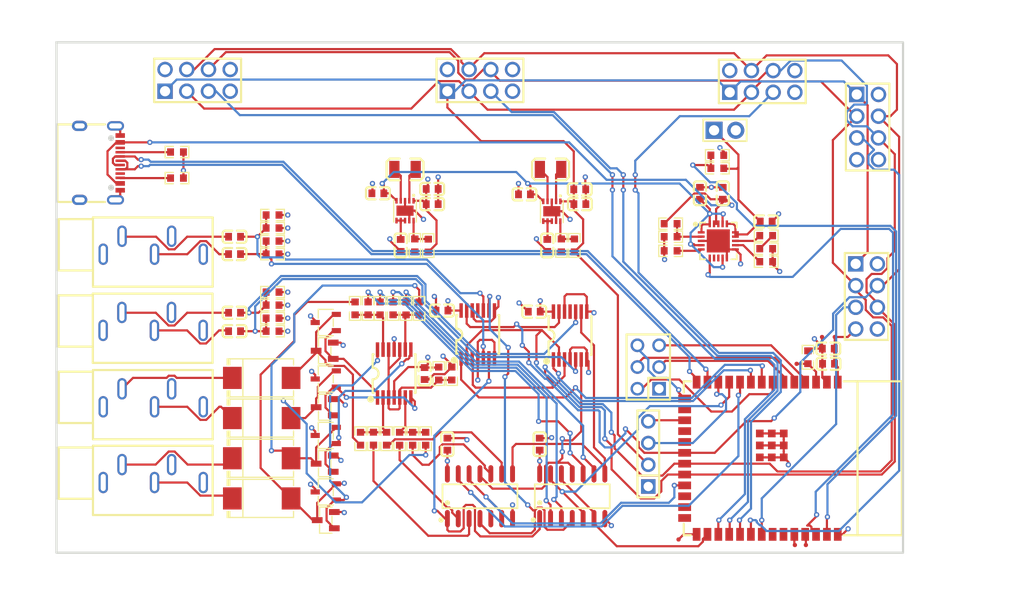
<source format=kicad_pcb>
(kicad_pcb (version 20241229) (generator "pcbnew") (generator_version "9.0")
  (layers (0 "F.Cu" signal "Top Layer") (4 "In1.Cu" signal "Inner1") (6 "In2.Cu" signal "Inner2") (2 "B.Cu" signal "Bottom Layer") (13 "F.Paste" user "Top Paste Mask Layer") (15 "B.Paste" user "Bottom Paste Mask Layer") (5 "F.SilkS" user "Top Silkscreen Layer") (7 "B.SilkS" user "Bottom Silkscreen Layer") (1 "F.Mask" user "Top Solder Mask Layer") (3 "B.Mask" user "Bottom Solder Mask Layer") (25 "Edge.Cuts" user "Multi-Layer"))
  (net 0 "")
  (net 1 "GND")
  (net 2 "3V3")
  (net 3 "VBUS")
  (net 4 "USB_DP")
  (net 5 "USB_DM")
  (net 6 "CTRL_IN2_OUT1")
  (net 7 "MOSI")
  (net 8 "MISO")
  (net 9 "CS1")
  (net 10 "CS2")
  (net 11 "VBAT_SENSE")
  (net 12 "USB_SENSE")
  (net 13 "CS3")
  (net 14 "5V")
  (net 15 "CS4")
  (net 16 "RIGHT")
  (net 17 "LEFT")
  (net 18 "DOWN")
  (net 19 "UP")
  (net 20 "ENTER")
  (net 21 "CTRL_IN1_OUT1")
  (net 22 "CTRL_IN1_OUT2")
  (net 23 "P2_CS")
  (net 24 "P1_CS")
  (net 25 "IN2_R_SW2")
  (net 26 "VSYS")
  (net 27 "IN2_POTOUT_R")
  (net 28 "IN1_POTOUT_L")
  (net 29 "IN1_R_SW2")
  (net 30 "IN1_L_SW2")
  (net 31 "IN2_L_SW2")
  (net 32 "IN2_L")
  (net 33 "IN2_R")
  (net 34 "IN1_R")
  (net 35 "IN1_L")
  (net 36 "$3N2308")
  (net 37 "IN2_POTOUT_L")
  (net 38 "IN2_L_SW1")
  (net 39 "IN1_R_SW1")
  (net 40 "OUT1_R")
  (net 41 "OUT1_L")
  (net 42 "$3N1256")
  (net 43 "$3N2351")
  (net 44 "OUT2_L")
  (net 45 "$2N518")
  (net 46 "$2N539")
  (net 47 "CS5")
  (net 48 "$1N3038")
  (net 49 "$1N3063")
  (net 50 "$1N2438")
  (net 51 "$1N2432")
  (net 52 "CTRL_IN2_OUT2")
  (net 53 "$2N491")
  (net 54 "CLK")
  (net 55 "SDA")
  (net 56 "VBAT")
  (net 57 "SCL")
  (net 58 "$2N495")
  (net 59 "IN2_R_SW1")
  (net 60 "IN1_L_SW1")
  (net 61 "IN1_POTOUT_R")
  (net 62 "$1N506")
  (net 63 "$1N480")
  (net 64 "OUT2_R")
  (net 65 "$3N2603")
  (net 66 "$3N1144")
  (net 67 "$3N1145")
  (net 68 "REF_1V65")
  (net 69 "$3N1139")
  (net 70 "$3N1138")
  (net 71 "OJACK2_R")
  (net 72 "OJACK2_L")
  (net 73 "OJACK1_R")
  (net 74 "OJACK1_L")
  (net 75 "IJACK2_R")
  (net 76 "IJACK2_L")
  (net 77 "IJACK1_R")
  (net 78 "IJACK1_L")
  (net 79 "$1N2370")
  (net 80 "$1N2461")
  (net 81 "$1N3033")
  (net 82 "$1N3051")
  (net 83 "$1N4175")
  (net 84 "$1N1839")
  (net 85 "$1N1881")
  (net 86 "$1N1764")
  (net 87 "$1N1632")
  (footprint "EasyEDA-Project:C0603" (layer "F.Cu") (at 192.107 114.649)
    (property "Reference" "C13" (hide yes))
    (property "Value" "")
  )
  (footprint "EasyEDA-Project:R0603" (layer "F.Cu") (at 115.936 94.704 180)
    (property "Reference" "R2" (hide yes))
    (property "Value" "")
  )
  (footprint "EasyEDA-Project:SON-10_L2.5-W2.5-P0.50-TL-EP" (layer "F.Cu") (at 159.771 98.5815 -90)
    (property "Reference" "U3" (hide yes))
    (property "Value" "")
  )
  (footprint "EasyEDA-Project:SOT-23-3_L2.9-W1.6-P1.90-LS2.8-BR" (layer "F.Cu") (at 133.335 131.407)
    (property "Reference" "Q7" (hide yes))
    (property "Value" "")
  )
  (footprint "EasyEDA-Project:C0603" (layer "F.Cu") (at 122.664 103.594 180)
    (property "Reference" "C54" (hide yes))
    (property "Value" "")
  )
  (footprint "EasyEDA-Project:HDR-TH_8P-P2.54-V-R2-C4-S2.54_A2541WV-2X4P" (layer "F.Cu") (at 118.349 83.274)
    (property "Reference" "H4" (hide yes))
    (property "Value" "")
  )
  (footprint "EasyEDA-Project:R0603" (layer "F.Cu") (at 141.971 125.184 90)
    (property "Reference" "R25" (hide yes))
    (property "Value" "")
  )
  (footprint "EasyEDA-Project:Test-Point-0.5mm" (layer "F.Cu") (at 192.867 113.289)
    (property "Reference" "TP6" (hide yes))
    (property "Value" "")
  )
  (footprint "EasyEDA-Project:CAP-SMD_L7.3-W4.3-FD" (layer "F.Cu") (at 125.842 132.169)
    (property "Reference" "C50" (hide yes))
    (property "Value" "")
  )
  (footprint "EasyEDA-Project:SOT-23-3_L2.9-W1.3-P1.90-LS2.4-BR" (layer "F.Cu") (at 133.335 134.709)
    (property "Reference" "Q8" (hide yes))
    (property "Value" "")
  )
  (footprint "EasyEDA-Project:SOT-23-3_L2.9-W1.6-P1.90-LS2.8-BR" (layer "F.Cu") (at 133.335 124.803)
    (property "Reference" "Q5" (hide yes))
    (property "Value" "")
  )
  (footprint "EasyEDA-Project:USB-C-SMD_TYPE-C-6PIN-2MD-073" (layer "F.Cu") (at 106.919 92.926 -90)
    (property "Reference" "USB1" (hide yes))
    (property "Value" "")
    (fp_poly (pts (xy -2.542994 -1.350684) (xy -2.566642 -1.438939) (xy -2.612326 -1.518067) (xy -2.676933 -1.582674) (xy -2.756061 -1.628358) (xy -2.844316 -1.652006) (xy -2.935684 -1.652006) (xy -3.023939 -1.628358) (xy -3.103067 -1.582674) (xy -3.167674 -1.518067) (xy -3.213358 -1.438939) (xy -3.237006 -1.350684) (xy -3.237006 -1.259316) (xy -3.213358 -1.171061) (xy -3.167674 -1.091933) (xy -3.103067 -1.027326) (xy -3.023939 -0.981642) (xy -2.935684 -0.957994) (xy -2.844316 -0.957994) (xy -2.756061 -0.981642) (xy -2.676933 -1.027326) (xy -2.612326 -1.091933) (xy -2.566642 -1.171061) (xy -2.542994 -1.259316)) (fill yes) (layer "Edge.Cuts"))
    (fp_poly (pts (xy 3.237006 -1.350684) (xy 3.213358 -1.438939) (xy 3.167674 -1.518067) (xy 3.103067 -1.582674) (xy 3.023939 -1.628358) (xy 2.935684 -1.652006) (xy 2.844316 -1.652006) (xy 2.756061 -1.628358) (xy 2.676933 -1.582674) (xy 2.612326 -1.518067) (xy 2.566642 -1.438939) (xy 2.542994 -1.350684) (xy 2.542994 -1.259316) (xy 2.566642 -1.171061) (xy 2.612326 -1.091933) (xy 2.676933 -1.027326) (xy 2.756061 -0.981642) (xy 2.844316 -0.957994) (xy 2.935684 -0.957994) (xy 3.023939 -0.981642) (xy 3.103067 -1.027326) (xy 3.167674 -1.091933) (xy 3.213358 -1.171061) (xy 3.237006 -1.259316)) (fill yes) (layer "Edge.Cuts"))
  )
  (footprint "EasyEDA-Project:C0603" (layer "F.Cu") (at 145.78 97.753)
    (property "Reference" "C7" (hide yes))
    (property "Value" "")
  )
  (footprint "EasyEDA-Project:R0603" (layer "F.Cu") (at 143.748 102.579 90)
    (property "Reference" "R9" (hide yes))
    (property "Value" "")
  )
  (footprint "EasyEDA-Project:HDR-TH_8P-P2.54-V-R2-C4-S2.54_A2541WV-2X4P" (layer "F.Cu") (at 184.389 83.401)
    (property "Reference" "H6" (hide yes))
    (property "Value" "")
  )
  (footprint "EasyEDA-Project:CAP-SMD_L7.3-W4.3-FD" (layer "F.Cu") (at 125.842 118.072)
    (property "Reference" "C48" (hide yes))
    (property "Value" "")
  )
  (footprint "EasyEDA-Project:R0603" (layer "F.Cu") (at 162.417 102.579 -90)
    (property "Reference" "R10" (hide yes))
    (property "Value" "")
  )
  (footprint "EasyEDA-Project:SOT-23-3_L2.9-W1.3-P1.90-LS2.4-BR" (layer "F.Cu") (at 133.208 128.105)
    (property "Reference" "Q6" (hide yes))
    (property "Value" "")
  )
  (footprint "EasyEDA-Project:R0603" (layer "F.Cu") (at 173.668 100.0355 180)
    (property "Reference" "R3" (hide yes))
    (property "Value" "")
  )
  (footprint "EasyEDA-Project:AUDIO-TH_KH-PJ-325C" (layer "F.Cu") (at 113.159 129.2605)
    (property "Reference" "CN8" (hide yes))
    (property "Value" "")
  )
  (footprint "EasyEDA-Project:L1207" (layer "F.Cu") (at 142.606 93.688)
    (property "Reference" "L1" (hide yes))
    (property "Value" "")
  )
  (footprint "EasyEDA-Project:SOT-23-3_L2.9-W1.3-P1.90-LS2.4-BR" (layer "F.Cu") (at 133.208 114.897)
    (property "Reference" "Q2" (hide yes))
    (property "Value" "")
  )
  (footprint "EasyEDA-Project:R0603" (layer "F.Cu") (at 184.844 101.4325 180)
    (property "Reference" "R15" (hide yes))
    (property "Value" "")
  )
  (footprint "EasyEDA-Project:R0603" (layer "F.Cu") (at 141.209 109.944 -90)
    (property "Reference" "R32" (hide yes))
    (property "Value" "")
  )
  (footprint "EasyEDA-Project:HDR-TH_6P-P2.54-V-R2-C3-S2.54_A2541WV-2X3P" (layer "F.Cu") (at 171.054 116.802 90)
    (property "Reference" "H3" (hide yes))
    (property "Value" "")
  )
  (footprint "EasyEDA-Project:CAP-SMD_L7.3-W4.3-FD" (layer "F.Cu") (at 125.842 127.47)
    (property "Reference" "C51" (hide yes))
    (property "Value" "")
  )
  (footprint "EasyEDA-Project:R0603" (layer "F.Cu") (at 145.019 125.184 -90)
    (property "Reference" "R24" (hide yes))
    (property "Value" "")
  )
  (footprint "EasyEDA-Project:QFN-20_L4.0-W4.0-P0.50-BL-EP2.7" (layer "F.Cu") (at 179.2445 102.051 -90)
    (property "Reference" "U1" (hide yes))
    (property "Value" "")
  )
  (footprint "EasyEDA-Project:R0603" (layer "F.Cu") (at 189.723 115.659 90)
    (property "Reference" "R12" (hide yes))
    (property "Value" "")
  )
  (footprint "EasyEDA-Project:C0603" (layer "F.Cu") (at 156.575 96.61 180)
    (property "Reference" "C8" (hide yes))
    (property "Value" "")
  )
  (footprint "EasyEDA-Project:R0603" (layer "F.Cu") (at 138.9145 125.1755 90)
    (property "Reference" "R33" (hide yes))
    (property "Value" "")
  )
  (footprint "EasyEDA-Project:R0603" (layer "F.Cu") (at 139.685 109.944 -90)
    (property "Reference" "R28" (hide yes))
    (property "Value" "")
  )
  (footprint "EasyEDA-Project:R0603" (layer "F.Cu") (at 127.112 109.563 180)
    (property "Reference" "R46" (hide yes))
    (property "Value" "")
  )
  (footprint "EasyEDA-Project:R0603" (layer "F.Cu") (at 115.936 91.656 180)
    (property "Reference" "R1" (hide yes))
    (property "Value" "")
  )
  (footprint "EasyEDA-Project:R0603" (layer "F.Cu") (at 179.129 93.5585)
    (property "Reference" "R49" (hide yes))
    (property "Value" "")
  )
  (footprint "EasyEDA-Project:Test-Point-0.5mm" (layer "F.Cu") (at 189.486 137.62)
    (property "Reference" "TP3" (hide yes))
    (property "Value" "")
  )
  (footprint "EasyEDA-Project:R0603" (layer "F.Cu") (at 138.288 109.944 -90)
    (property "Reference" "R27" (hide yes))
    (property "Value" "")
  )
  (footprint "EasyEDA-Project:C0603" (layer "F.Cu") (at 184.844 99.7815)
    (property "Reference" "C3" (hide yes))
    (property "Value" "")
  )
  (footprint "EasyEDA-Project:SON-10_L2.5-W2.5-P0.50-TL-EP" (layer "F.Cu") (at 142.605 98.515 -90)
    (property "Reference" "U2" (hide yes))
    (property "Value" "")
  )
  (footprint "EasyEDA-Project:HDR-TH_8P-P2.54-V-R2-C4-S2.54_A2541WV-2X4P" (layer "F.Cu") (at 196.708 88.735 -90)
    (property "Reference" "H7" (hide yes))
    (property "Value" "")
  )
  (footprint "EasyEDA-Project:SOIC-14_L8.7-W3.9-P1.27-LS6.0-BL" (layer "F.Cu") (at 151.369 131.915)
    (property "Reference" "U10" (hide yes))
    (property "Value" "")
  )
  (footprint "EasyEDA-Project:R0603" (layer "F.Cu") (at 137.399 125.184 -90)
    (property "Reference" "R23" (hide yes))
    (property "Value" "")
  )
  (footprint "EasyEDA-Project:SOT-23-3_L2.9-W1.6-P1.90-LS2.8-BR" (layer "F.Cu") (at 133.335 111.595)
    (property "Reference" "Q1" (hide yes))
    (property "Value" "")
  )
  (footprint "EasyEDA-Project:R0603" (layer "F.Cu") (at 173.668 103.2105)
    (property "Reference" "R5" (hide yes))
    (property "Value" "")
  )
  (footprint "EasyEDA-Project:C0603" (layer "F.Cu") (at 163.0405 96.0235)
    (property "Reference" "C10" (hide yes))
    (property "Value" "")
  )
  (footprint "EasyEDA-Project:AUDIO-TH_KH-PJ-325C" (layer "F.Cu") (at 113.159 120.4015)
    (property "Reference" "CN7" (hide yes))
    (property "Value" "")
  )
  (footprint "EasyEDA-Project:R0603" (layer "F.Cu") (at 127.112 103.594 180)
    (property "Reference" "R40" (hide yes))
    (property "Value" "")
  )
  (footprint "EasyEDA-Project:HDR-TH_8P-P2.54-V-R2-C4-S2.54_A2541WV-2X4P" (layer "F.Cu") (at 196.581 108.547 -90)
    (property "Reference" "H8" (hide yes))
    (property "Value" "")
  )
  (footprint "EasyEDA-Project:R0603" (layer "F.Cu") (at 127.112 99.022)
    (property "Reference" "R41" (hide yes))
    (property "Value" "")
  )
  (footprint "EasyEDA-Project:R0603" (layer "F.Cu") (at 179.129 92.0345 180)
    (property "Reference" "R50" (hide yes))
    (property "Value" "")
  )
  (footprint "EasyEDA-Project:R0603" (layer "F.Cu") (at 184.844 104.4805 180)
    (property "Reference" "R7" (hide yes))
    (property "Value" "")
  )
  (footprint "EasyEDA-Project:TSSOP-14_L5.0-W4.4-P0.65-LS6.4-BL" (layer "F.Cu") (at 161.91 113.119)
    (property "Reference" "U7" (hide yes))
    (property "Value" "")
  )
  (footprint "EasyEDA-Project:R0603" (layer "F.Cu") (at 140.447 125.184 90)
    (property "Reference" "R34" (hide yes))
    (property "Value" "")
  )
  (footprint "EasyEDA-Project:R0603" (layer "F.Cu") (at 127.112 100.546 180)
    (property "Reference" "R42" (hide yes))
    (property "Value" "")
  )
  (footprint "EasyEDA-Project:C0603" (layer "F.Cu") (at 157.719 110.325)
    (property "Reference" "C43" (hide yes))
    (property "Value" "")
  )
  (footprint "EasyEDA-Project:R0603" (layer "F.Cu") (at 136.764 109.944 90)
    (property "Reference" "R29" (hide yes))
    (property "Value" "")
  )
  (footprint "EasyEDA-Project:L1207" (layer "F.Cu") (at 159.624 93.688)
    (property "Reference" "L2" (hide yes))
    (property "Value" "")
  )
  (footprint "EasyEDA-Project:R0603" (layer "F.Cu") (at 144.257 109.944 90)
    (property "Reference" "R30" (hide yes))
    (property "Value" "")
  )
  (footprint "EasyEDA-Project:R0603" (layer "F.Cu") (at 143.495 125.184 90)
    (property "Reference" "R26" (hide yes))
    (property "Value" "")
  )
  (footprint "EasyEDA-Project:SOIC-14_L8.7-W3.9-P1.27-LS6.0-BL" (layer "F.Cu") (at 162.164 131.915)
    (property "Reference" "U12" (hide yes))
    (property "Value" "")
  )
  (footprint "EasyEDA-Project:AUDIO-TH_KH-PJ-325C" (layer "F.Cu") (at 113.142 111.468)
    (property "Reference" "CN6" (hide yes))
    (property "Value" "")
  )
  (footprint "EasyEDA-Project:R0603" (layer "F.Cu") (at 160.893 102.579 90)
    (property "Reference" "R11" (hide yes))
    (property "Value" "")
  )
  (footprint "EasyEDA-Project:R0603" (layer "F.Cu") (at 146.543 117.564 90)
    (property "Reference" "R51" (hide yes))
    (property "Value" "")
  )
  (footprint "EasyEDA-Project:R0603" (layer "F.Cu") (at 145.327 102.6 -90)
    (property "Reference" "R8" (hide yes))
    (property "Value" "")
  )
  (footprint "EasyEDA-Project:C0603" (layer "F.Cu") (at 142.097 102.579 -90)
    (property "Reference" "C5" (hide yes))
    (property "Value" "")
  )
  (footprint "EasyEDA-Project:HDR-TH_4P-P2.54-V-M" (layer "F.Cu") (at 171.054 126.962 90)
    (property "Reference" "H2" (hide yes))
    (property "Value" "")
  )
  (footprint "EasyEDA-Project:C0603" (layer "F.Cu") (at 147.559 125.819 90)
    (property "Reference" "C46" (hide yes))
    (property "Value" "")
  )
  (footprint "EasyEDA-Project:C0603" (layer "F.Cu") (at 177.097 96.4795 90)
    (property "Reference" "C2" (hide yes))
    (property "Value" "")
  )
  (footprint "EasyEDA-Project:AUDIO-TH_KH-PJ-325C" (layer "F.Cu") (at 113.159 102.5565)
    (property "Reference" "CN5" (hide yes))
    (property "Value" "")
  )
  (footprint "EasyEDA-Project:SOT-23-3_L2.9-W1.3-P1.90-LS2.4-BR" (layer "F.Cu") (at 133.208 121.501)
    (property "Reference" "Q4" (hide yes))
    (property "Value" "")
  )
  (footprint "EasyEDA-Project:R0603" (layer "F.Cu") (at 127.112 102.07)
    (property "Reference" "R39" (hide yes))
    (property "Value" "")
  )
  (footprint "EasyEDA-Project:C0603" (layer "F.Cu") (at 139.43 96.483 180)
    (property "Reference" "C4" (hide yes))
    (property "Value" "")
  )
  (footprint "EasyEDA-Project:C0603" (layer "F.Cu") (at 145.78 95.975)
    (property "Reference" "C6" (hide yes))
    (property "Value" "")
  )
  (footprint "EasyEDA-Project:R0603" (layer "F.Cu") (at 127.112 108.039)
    (property "Reference" "R45" (hide yes))
    (property "Value" "")
  )
  (footprint "EasyEDA-Project:C0603" (layer "F.Cu") (at 179.764 96.4795 -90)
    (property "Reference" "C1" (hide yes))
    (property "Value" "")
  )
  (footprint "EasyEDA-Project:HDR-TH_8P-P2.54-V-R2-C4-S2.54_A2541WV-2X4P" (layer "F.Cu") (at 151.369 83.274)
    (property "Reference" "H5" (hide yes))
    (property "Value" "")
  )
  (footprint "EasyEDA-Project:CAP-SMD_L7.3-W4.3-FD" (layer "F.Cu") (at 125.842 122.771)
    (property "Reference" "C49" (hide yes))
    (property "Value" "")
  )
  (footprint "EasyEDA-Project:HDR-TH_2P-P2.54-V-M" (layer "F.Cu") (at 180.018 89.1135)
    (property "Reference" "H1" (hide yes))
    (property "Value" "")
  )
  (footprint "EasyEDA-Project:C0603" (layer "F.Cu") (at 144.892 117.564 90)
    (property "Reference" "C45" (hide yes))
    (property "Value" "")
  )
  (footprint "EasyEDA-Project:Test-Point-0.5mm" (layer "F.Cu") (at 191.375 113.289)
    (property "Reference" "TP5" (hide yes))
    (property "Value" "")
  )
  (footprint "EasyEDA-Project:R0603" (layer "F.Cu") (at 173.668 101.5595)
    (property "Reference" "R4" (hide yes))
    (property "Value" "")
  )
  (footprint "EasyEDA-Project:R0603" (layer "F.Cu") (at 127.112 112.611 180)
    (property "Reference" "R44" (hide yes))
    (property "Value" "")
  )
  (footprint "EasyEDA-Project:TSSOP-14_L5.0-W4.4-P0.65-LS6.4-BL" (layer "F.Cu") (at 141.336 117.564)
    (property "Reference" "U8" (hide yes))
    (property "Value" "")
  )
  (footprint "EasyEDA-Project:C0603" (layer "F.Cu") (at 122.667 112.611 180)
    (property "Reference" "C56" (hide yes))
    (property "Value" "")
  )
  (footprint "EasyEDA-Project:Test-Point-0.5mm" (layer "F.Cu") (at 188.2 137.62)
    (property "Reference" "TP4" (hide yes))
    (property "Value" "")
  )
  (footprint "EasyEDA-Project:R0603" (layer "F.Cu") (at 127.112 111.087)
    (property "Reference" "R43" (hide yes))
    (property "Value" "")
  )
  (footprint "EasyEDA-Project:C0603" (layer "F.Cu") (at 159.242 102.579 -90)
    (property "Reference" "C9" (hide yes))
    (property "Value" "")
  )
  (footprint "EasyEDA-Project:C0603" (layer "F.Cu") (at 146.924 110.198)
    (property "Reference" "C44" (hide yes))
    (property "Value" "")
  )
  (footprint "EasyEDA-Project:SOT-23-3_L2.9-W1.6-P1.90-LS2.8-BR" (layer "F.Cu") (at 133.335 118.199)
    (property "Reference" "Q3" (hide yes))
    (property "Value" "")
  )
  (footprint "EasyEDA-Project:TSSOP-14_L5.0-W4.4-P0.65-LS6.4-BL" (layer "F.Cu") (at 151.115 112.992)
    (property "Reference" "U6" (hide yes))
    (property "Value" "")
  )
  (footprint "EasyEDA-Project:C0603" (layer "F.Cu") (at 192.136 116.421)
    (property "Reference" "C12" (hide yes))
    (property "Value" "")
  )
  (footprint "EasyEDA-Project:WIFIM-SMD_ESP32-S3-WROOM-1-N8" (layer "F.Cu") (at 184.262 127.47 -90)
    (property "Reference" "U4" (hide yes))
    (property "Value" "")
  )
  (footprint "EasyEDA-Project:Test-Point-0.5mm" (layer "F.Cu") (at 174.595 136.969)
    (property "Reference" "TP2" (hide yes))
    (property "Value" "")
  )
  (footprint "EasyEDA-Project:R0603" (layer "F.Cu") (at 142.7245 109.9525 -90)
    (property "Reference" "R31" (hide yes))
    (property "Value" "")
  )
  (footprint "EasyEDA-Project:C0603" (layer "F.Cu") (at 163.052 97.753)
    (property "Reference" "C11" (hide yes))
    (property "Value" "")
  )
  (footprint "EasyEDA-Project:R0603" (layer "F.Cu") (at 184.844 102.9565 180)
    (property "Reference" "R14" (hide yes))
    (property "Value" "")
  )
  (footprint "EasyEDA-Project:C0603" (layer "F.Cu") (at 158.354 125.819 90)
    (property "Reference" "C47" (hide yes))
    (property "Value" "")
  )
  (footprint "EasyEDA-Project:Test-Point-0.5mm" (layer "F.Cu") (at 188.405 116.427)
    (property "Reference" "TP1" (hide yes))
    (property "Value" "")
  )
  (footprint "EasyEDA-Project:R0603" (layer "F.Cu") (at 148.067 117.564 -90)
    (property "Reference" "R52" (hide yes))
    (property "Value" "")
  )
  (footprint "EasyEDA-Project:C0603" (layer "F.Cu") (at 122.667 110.452 180)
    (property "Reference" "C57" (hide yes))
    (property "Value" "")
  )
  (footprint "EasyEDA-Project:C0603" (layer "F.Cu") (at 122.667 101.562 180)
    (property "Reference" "C55" (hide yes))
    (property "Value" "")
  )
  (gr_rect (start 101.839 78.829) (end 200.848 138.519) (stroke (width 0.254)) (fill no) (layer "Edge.Cuts"))
  (segment (start 184.097 124.5705) (end 184.797 124.5705) (width 0.254) (layer "F.Cu") (net 1))
  (segment (start 134.208 113.947) (end 135.052 113.947) (width 0.254) (layer "F.Cu") (net 1))
  (segment (start 160.271 99.739) (end 160.271 99.0815) (width 0.254) (layer "F.Cu") (net 1))
  (segment (start 186.197 125.9705) (end 186.897 125.9705) (width 0.254) (layer "F.Cu") (net 1))
  (segment (start 142.605 98.515) (end 142.605 97.3575) (width 0.254) (layer "F.Cu") (net 1))
  (segment (start 127.8655 109.563) (end 128.89 109.563) (width 0.254) (layer "F.Cu") (net 1))
  (segment (start 180.2445 103.051) (end 181.2445 103.051) (width 0.254) (layer "F.Cu") (net 1))
  (segment (start 160.9615 98.5815) (end 161.91 99.53) (width 0.254) (layer "F.Cu") (net 1))
  (segment (start 185.597 102.9565) (end 185.597 104.4805) (width 0.254) (layer "F.Cu") (net 1))
  (segment (start 160.8395 103.279) (end 160.893 103.3325) (width 0.254) (layer "F.Cu") (net 1))
  (segment (start 161.91 114.77) (end 162.164 114.516) (width 0.254) (layer "F.Cu") (net 1))
  (segment (start 127.8655 100.546) (end 128.89 100.546) (width 0.254) (layer "F.Cu") (net 1))
  (segment (start 159.771 98.5815) (end 159.771 97.424) (width 0.254) (layer "F.Cu") (net 1))
  (segment (start 142.097 103.279) (end 140.828 102.01) (width 0.254) (layer "F.Cu") (net 1))
  (segment (start 161.5215 108.2855) (end 163.5535 108.2855) (width 0.254) (layer "F.Cu") (net 1))
  (segment (start 109.294 89.726) (end 109.294 89.151) (width 0.254) (layer "F.Cu") (net 1))
  (segment (start 186.197 127.3705) (end 186.897 127.3705) (width 0.254) (layer "F.Cu") (net 1))
  (segment (start 134.208 120.551) (end 134.925 120.551) (width 0.254) (layer "F.Cu") (net 1))
  (segment (start 145.3665 118.264) (end 145.9955 117.635) (width 0.254) (layer "F.Cu") (net 1))
  (segment (start 109.294 96.126) (end 109.294 96.701) (width 0.254) (layer "F.Cu") (net 1))
  (segment (start 150.465 110.192) (end 150.636 110.363) (width 0.254) (layer "F.Cu") (net 1))
  (segment (start 157.019 110.325) (end 156.003 109.309) (width 0.254) (layer "F.Cu") (net 1))
  (segment (start 186.197 124.5705) (end 186.897 124.5705) (width 0.254) (layer "F.Cu") (net 1))
  (segment (start 109.294 89.151) (end 108.744 88.601) (width 0.254) (layer "F.Cu") (net 1))
  (segment (start 193.2165 136.37) (end 193.777 136.37) (width 0.254) (layer "F.Cu") (net 1))
  (segment (start 163.86 114.815) (end 163.86 115.919) (width 0.254) (layer "F.Cu") (net 1))
  (segment (start 192.867 113.289) (end 192.867 114.5885) (width 0.254) (layer "F.Cu") (net 1))
  (segment (start 192.867 114.5885) (end 192.807 114.649) (width 0.254) (layer "F.Cu") (net 1))
  (segment (start 152.766 113.627) (end 153.065 113.926) (width 0.254) (layer "F.Cu") (net 1))
  (segment (start 184.797 125.9705) (end 185.497 125.9705) (width 0.254) (layer "F.Cu") (net 1))
  (segment (start 163.752 97.753) (end 163.752 96.0355) (width 0.254) (layer "F.Cu") (net 1))
  (segment (start 179.882 92.0345) (end 179.882 91.594) (width 0.254) (layer "F.Cu") (net 1))
  (segment (start 146.48 95.975) (end 146.48 94.577) (width 0.254) (layer "F.Cu") (net 1))
  (segment (start 166.736 135.296) (end 166.736 135.344) (width 0.254) (layer "F.Cu") (net 1))
  (segment (start 165.974 134.534) (end 166.736 135.296) (width 0.254) (layer "F.Cu") (net 1))
  (segment (start 186.294 99.0315) (end 186.294 98.895) (width 0.254) (layer "F.Cu") (net 1))
  (segment (start 142.097 103.279) (end 143.6945 103.279) (width 0.254) (layer "F.Cu") (net 1))
  (segment (start 143.105 99.6725) (end 143.105 99.015) (width 0.254) (layer "F.Cu") (net 1))
  (segment (start 155.875 96.61) (end 155.875 95.339) (width 0.254) (layer "F.Cu") (net 1))
  (segment (start 163.86 115.919) (end 164.069 116.128) (width 0.254) (layer "F.Cu") (net 1))
  (segment (start 186.897 126.6705) (end 186.897 127.3705) (width 0.254) (layer "F.Cu") (net 1))
  (segment (start 172.9145 103.2105) (end 172.9145 104.1845) (width 0.254) (layer "F.Cu") (net 1))
  (segment (start 116.6895 94.704) (end 116.6895 93.8155) (width 0.254) (layer "F.Cu") (net 1))
  (segment (start 134.335 133.759) (end 135.433 133.759) (width 0.254) (layer "F.Cu") (net 1))
  (segment (start 150.636 111.1575) (end 150.9465 111.468) (width 0.254) (layer "F.Cu") (net 1))
  (segment (start 146.224 108.736) (end 146.035 108.547) (width 0.254) (layer "F.Cu") (net 1))
  (segment (start 153.065 111.042) (end 153.065 110.192) (width 0.254) (layer "F.Cu") (net 1))
  (segment (start 185.597 104.802) (end 186.421 105.626) (width 0.254) (layer "F.Cu") (net 1))
  (segment (start 155.179 134.534) (end 155.179 132.931) (width 0.254) (layer "F.Cu") (net 1))
  (segment (start 185.497 124.5705) (end 186.197 124.5705) (width 0.254) (layer "F.Cu") (net 1))
  (segment (start 134.925 120.551) (end 135.621 121.247) (width 0.254) (layer "F.Cu") (net 1))
  (segment (start 160.271 99.0815) (end 159.771 98.5815) (width 0.254) (layer "F.Cu") (net 1))
  (segment (start 162.164 114.516) (end 163.561 114.516) (width 0.254) (layer "F.Cu") (net 1))
  (segment (start 152.639 111.468) (end 153.065 111.042) (width 0.254) (layer "F.Cu") (net 1))
  (segment (start 147.2425 117.635) (end 148.067 116.8105) (width 0.254) (layer "F.Cu") (net 1))
  (segment (start 146.224 110.198) (end 146.224 108.736) (width 0.254) (layer "F.Cu") (net 1))
  (segment (start 159.242 103.279) (end 160.8395 103.279) (width 0.254) (layer "F.Cu") (net 1))
  (segment (start 177.097 95.7795) (end 178.4335 95.7795) (width 0.254) (layer "F.Cu") (net 1))
  (segment (start 146.48 95.975) (end 146.48 97.753) (width 0.254) (layer "F.Cu") (net 1))
  (segment (start 148.067 116.548) (end 147.051 115.532) (width 0.254) (layer "F.Cu") (net 1))
  (segment (start 172.9145 101.5595) (end 172.9145 103.2105) (width 0.254) (layer "F.Cu") (net 1))
  (segment (start 164.069 116.128) (end 164.069 117.437) (width 0.254) (layer "F.Cu") (net 1))
  (segment (start 185.544 99.7815) (end 186.294 99.0315) (width 0.254) (layer "F.Cu") (net 1))
  (segment (start 159.771 98.5815) (end 160.9615 98.5815) (width 0.254) (layer "F.Cu") (net 1))
  (segment (start 135.052 113.947) (end 135.367 114.262) (width 0.254) (layer "F.Cu") (net 1))
  (segment (start 145.9955 117.635) (end 147.2425 117.635) (width 0.254) (layer "F.Cu") (net 1))
  (segment (start 185.597 104.4805) (end 185.597 104.802) (width 0.254) (layer "F.Cu") (net 1))
  (segment (start 153.528 109.729) (end 153.528 108.674) (width 0.254) (layer "F.Cu") (net 1))
  (segment (start 151.115 115.792) (end 151.115 113.881) (width 0.254) (layer "F.Cu") (net 1))
  (segment (start 186.897 127.3705) (end 187.437 127.9105) (width 0.254) (layer "F.Cu") (net 1))
  (segment (start 109.294 96.701) (end 108.744 97.251) (width 0.254) (layer "F.Cu") (net 1))
  (segment (start 149.653 125.119) (end 149.845 125.311) (width 0.254) (layer "F.Cu") (net 1))
  (segment (start 140.828 102.01) (end 140.828 101.816) (width 0.254) (layer "F.Cu") (net 1))
  (segment (start 186.897 125.27) (end 186.897 125.9705) (width 0.254) (layer "F.Cu") (net 1))
  (segment (start 163.688 95.971) (end 163.688 94.577) (width 0.254) (layer "F.Cu") (net 1))
  (segment (start 185.497 127.3705) (end 186.197 127.3705) (width 0.254) (layer "F.Cu") (net 1))
  (segment (start 181.2445 103.051) (end 181.849 103.6555) (width 0.254) (layer "F.Cu") (net 1))
  (segment (start 172.9145 104.1845) (end 172.959 104.229) (width 0.254) (layer "F.Cu") (net 1))
  (segment (start 158.354 125.119) (end 159.689 125.119) (width 0.254) (layer "F.Cu") (net 1))
  (segment (start 179.882 91.594) (end 179.436 91.148) (width 0.254) (layer "F.Cu") (net 1))
  (segment (start 135.433 133.759) (end 135.494 133.82) (width 0.254) (layer "F.Cu") (net 1))
  (segment (start 134.544 127.155) (end 135.113 127.724) (width 0.254) (layer "F.Cu") (net 1))
  (segment (start 127.8655 103.594) (end 128.89 103.594) (width 0.254) (layer "F.Cu") (net 1))
  (segment (start 184.097 127.3705) (end 184.797 127.3705) (width 0.254) (layer "F.Cu") (net 1))
  (segment (start 186.897 124.5705) (end 186.897 125.27) (width 0.254) (layer "F.Cu") (net 1))
  (segment (start 159.689 125.119) (end 159.751 125.057) (width 0.254) (layer "F.Cu") (net 1))
  (segment (start 153.065 113.926) (end 153.065 115.792) (width 0.254) (layer "F.Cu") (net 1))
  (segment (start 180.2445 104.051) (end 180.2445 103.051) (width 0.254) (layer "F.Cu") (net 1))
  (segment (start 151.369 113.627) (end 152.766 113.627) (width 0.254) (layer "F.Cu") (net 1))
  (segment (start 181.849 103.6555) (end 181.849 104.737) (width 0.254) (layer "F.Cu") (net 1))
  (segment (start 186.897 125.9705) (end 186.897 126.6705) (width 0.254) (layer "F.Cu") (net 1))
  (segment (start 151.115 113.881) (end 151.369 113.627) (width 0.254) (layer "F.Cu") (net 1))
  (segment (start 194.379 113.289) (end 192.867 113.289) (width 0.254) (layer "F.Cu") (net 1))
  (segment (start 163.7405 96.0235) (end 163.688 95.971) (width 0.254) (layer "F.Cu") (net 1))
  (segment (start 177.2445 102.051) (end 179.2445 102.051) (width 0.254) (layer "F.Cu") (net 1))
  (segment (start 159.242 103.279) (end 157.973 102.01) (width 0.254) (layer "F.Cu") (net 1))
  (segment (start 153.065 110.192) (end 153.528 109.729) (width 0.254) (layer "F.Cu") (net 1))
  (segment (start 187.437 127.9105) (end 187.437 128.232) (width 0.254) (layer "F.Cu") (net 1))
  (segment (start 193.2165 116.8015) (end 193.2165 118.57) (width 0.254) (layer "F.Cu") (net 1))
  (segment (start 144.892 118.264) (end 145.3665 118.264) (width 0.254) (layer "F.Cu") (net 1))
  (segment (start 161.26 110.319) (end 161.26 108.547) (width 0.254) (layer "F.Cu") (net 1))
  (segment (start 148.067 116.8105) (end 148.067 116.548) (width 0.254) (layer "F.Cu") (net 1))
  (segment (start 178.4335 95.7795) (end 179.764 95.7795) (width 0.254) (layer "F.Cu") (net 1))
  (segment (start 156.003 109.309) (end 155.941 109.309) (width 0.254) (layer "F.Cu") (net 1))
  (segment (start 138.796 96.417) (end 138.796 95.339) (width 0.254) (layer "F.Cu") (net 1))
  (segment (start 143.105 99.015) (end 142.605 98.515) (width 0.254) (layer "F.Cu") (net 1))
  (segment (start 127.8655 112.611) (end 128.89 112.611) (width 0.254) (layer "F.Cu") (net 1))
  (segment (start 163.86 108.592) (end 163.86 110.319) (width 0.254) (layer "F.Cu") (net 1))
  (segment (start 161.26 108.547) (end 161.5215 108.2855) (width 0.254) (layer "F.Cu") (net 1))
  (segment (start 157.973 102.01) (end 157.973 101.8085) (width 0.254) (layer "F.Cu") (net 1))
  (segment (start 164.571 110.319) (end 164.704 110.452) (width 0.254) (layer "F.Cu") (net 1))
  (segment (start 161.91 115.919) (end 161.91 114.77) (width 0.254) (layer "F.Cu") (net 1))
  (segment (start 195.311 112.357) (end 194.379 113.289) (width 0.254) (layer "F.Cu") (net 1))
  (segment (start 143.6945 103.279) (end 143.748 103.3325) (width 0.254) (layer "F.Cu") (net 1))
  (segment (start 192.807 114.649) (end 192.807 116.392) (width 0.254) (layer "F.Cu") (net 1))
  (segment (start 184.797 124.5705) (end 185.497 124.5705) (width 0.254) (layer "F.Cu") (net 1))
  (segment (start 185.497 125.9705) (end 186.197 125.9705) (width 0.254) (layer "F.Cu") (net 1))
  (segment (start 141.336 114.764) (end 141.336 113.5) (width 0.254) (layer "F.Cu") (net 1))
  (segment (start 142.605 98.515) (end 143.75 98.515) (width 0.254) (layer "F.Cu") (net 1))
  (segment (start 193.777 136.37) (end 194.422 135.725) (width 0.254) (layer "F.Cu") (net 1))
  (segment (start 184.797 127.3705) (end 185.497 127.3705) (width 0.254) (layer "F.Cu") (net 1))
  (segment (start 147.559 125.119) (end 149.653 125.119) (width 0.254) (layer "F.Cu") (net 1))
  (segment (start 163.86 110.319) (end 164.571 110.319) (width 0.254) (layer "F.Cu") (net 1))
  (segment (start 163.752 96.0355) (end 163.7405 96.0235) (width 0.254) (layer "F.Cu") (net 1))
  (segment (start 184.097 125.9705) (end 184.797 125.9705) (width 0.254) (layer "F.Cu") (net 1))
  (segment (start 143.75 98.515) (end 144.765 99.53) (width 0.254) (layer "F.Cu") (net 1))
  (segment (start 150.636 110.363) (end 150.636 111.1575) (width 0.254) (layer "F.Cu") (net 1))
  (segment (start 163.5535 108.2855) (end 163.86 108.592) (width 0.254) (layer "F.Cu") (net 1))
  (segment (start 151.115 115.792) (end 151.115 118.326) (width 0.254) (layer "F.Cu") (net 1))
  (segment (start 138.73 96.483) (end 138.796 96.417) (width 0.254) (layer "F.Cu") (net 1))
  (segment (start 192.807 116.392) (end 192.836 116.421) (width 0.254) (layer "F.Cu") (net 1))
  (segment (start 116.6895 93.8155) (end 116.6895 91.656) (width 0.254) (layer "F.Cu") (net 1))
  (segment (start 192.836 116.421) (end 193.2165 116.8015) (width 0.254) (layer "F.Cu") (net 1))
  (segment (start 134.208 127.155) (end 134.544 127.155) (width 0.254) (layer "F.Cu") (net 1))
  (segment (start 150.9465 111.468) (end 152.639 111.468) (width 0.254) (layer "F.Cu") (net 1))
  (segment (start 163.561 114.516) (end 163.86 114.815) (width 0.254) (layer "F.Cu") (net 1))
  (via (at 155.875 95.339) (size 0.61) (drill 0.305) (layers "F.Cu" "B.Cu") (net 1))
  (via (at 194.422 135.725) (size 0.61) (drill 0.305) (layers "F.Cu" "B.Cu") (net 1))
  (via (at 147.051 115.532) (size 0.61) (drill 0.305) (layers "F.Cu" "B.Cu") (net 1))
  (via (at 164.704 110.452) (size 0.61) (drill 0.305) (layers "F.Cu" "B.Cu") (net 1))
  (via (at 146.035 108.547) (size 0.61) (drill 0.305) (layers "F.Cu" "B.Cu") (net 1))
  (via (at 155.941 109.309) (size 0.61) (drill 0.305) (layers "F.Cu" "B.Cu") (net 1))
  (via (at 159.751 125.057) (size 0.61) (drill 0.305) (layers "F.Cu" "B.Cu") (net 1))
  (via (at 135.113 127.724) (size 0.61) (drill 0.305) (layers "F.Cu" "B.Cu") (net 1))
  (via (at 135.367 114.262) (size 0.61) (drill 0.305) (layers "F.Cu" "B.Cu") (net 1))
  (via (at 151.115 118.326) (size 0.61) (drill 0.305) (layers "F.Cu" "B.Cu") (net 1))
  (via (at 135.621 121.247) (size 0.61) (drill 0.305) (layers "F.Cu" "B.Cu") (net 1))
  (via (at 140.828 101.816) (size 0.61) (drill 0.305) (layers "F.Cu" "B.Cu") (net 1))
  (via (at 179.436 91.148) (size 0.61) (drill 0.305) (layers "F.Cu" "B.Cu") (net 1))
  (via (at 186.294 98.895) (size 0.61) (drill 0.305) (layers "F.Cu" "B.Cu") (net 1))
  (via (at 116.6895 93.8155) (size 0.61) (drill 0.305) (layers "F.Cu" "B.Cu") (net 1))
  (via (at 153.528 108.674) (size 0.61) (drill 0.305) (layers "F.Cu" "B.Cu") (net 1))
  (via (at 128.89 109.563) (size 0.61) (drill 0.305) (layers "F.Cu" "B.Cu") (net 1))
  (via (at 161.91 99.53) (size 0.61) (drill 0.305) (layers "F.Cu" "B.Cu") (net 1))
  (via (at 172.959 104.229) (size 0.61) (drill 0.305) (layers "F.Cu" "B.Cu") (net 1))
  (via (at 181.849 104.737) (size 0.61) (drill 0.305) (layers "F.Cu" "B.Cu") (net 1))
  (via (at 157.973 101.8085) (size 0.61) (drill 0.305) (layers "F.Cu" "B.Cu") (net 1))
  (via (at 144.765 99.53) (size 0.61) (drill 0.305) (layers "F.Cu" "B.Cu") (net 1))
  (via (at 141.336 113.5) (size 0.61) (drill 0.305) (layers "F.Cu" "B.Cu") (net 1))
  (via (at 187.437 128.232) (size 0.61) (drill 0.305) (layers "F.Cu" "B.Cu") (net 1))
  (via (at 164.069 117.437) (size 0.61) (drill 0.305) (layers "F.Cu" "B.Cu") (net 1))
  (via (at 155.179 132.931) (size 0.61) (drill 0.305) (layers "F.Cu" "B.Cu") (net 1))
  (via (at 128.89 103.594) (size 0.61) (drill 0.305) (layers "F.Cu" "B.Cu") (net 1))
  (via (at 186.421 105.626) (size 0.61) (drill 0.305) (layers "F.Cu" "B.Cu") (net 1))
  (via (at 146.48 94.577) (size 0.61) (drill 0.305) (layers "F.Cu" "B.Cu") (net 1))
  (via (at 128.89 100.546) (size 0.61) (drill 0.305) (layers "F.Cu" "B.Cu") (net 1))
  (via (at 166.736 135.344) (size 0.61) (drill 0.305) (layers "F.Cu" "B.Cu") (net 1))
  (via (at 128.89 112.611) (size 0.61) (drill 0.305) (layers "F.Cu" "B.Cu") (net 1))
  (via (at 163.688 94.577) (size 0.61) (drill 0.305) (layers "F.Cu" "B.Cu") (net 1))
  (via (at 135.494 133.82) (size 0.61) (drill 0.305) (layers "F.Cu" "B.Cu") (net 1))
  (via (at 149.845 125.311) (size 0.61) (drill 0.305) (layers "F.Cu" "B.Cu") (net 1))
  (via (at 138.796 95.339) (size 0.61) (drill 0.305) (layers "F.Cu" "B.Cu") (net 1))
  (via (at 178.4335 95.7795) (size 0.61) (drill 0.305) (layers "F.Cu" "B.Cu") (net 1))
  (segment (start 132.1 124.33) (end 131.684 123.914) (width 0.254) (layer "F.Cu") (net 2))
  (segment (start 146.4895 116.864) (end 146.543 116.8105) (width 0.254) (layer "F.Cu") (net 2))
  (segment (start 191.407 114.649) (end 191.407 114.422) (width 0.254) (layer "F.Cu") (net 2))
  (segment (start 141.336 120.364) (end 141.336 118.453) (width 0.254) (layer "F.Cu") (net 2))
  (segment (start 132.1 118.199) (end 132.1 117.726) (width 0.254) (layer "F.Cu") (net 2))
  (segment (start 145.08 97.753) (end 144.6845 97.3575) (width 0.254) (layer "F.Cu") (net 2))
  (segment (start 146.289 102.391) (end 145.327 103.3535) (width 0.254) (layer "F.Cu") (net 2))
  (segment (start 158.354 129.296) (end 158.354 127.793) (width 0.254) (layer "F.Cu") (net 2))
  (segment (start 145.273 116.483) (end 145.273 115.659) (width 0.254) (layer "F.Cu") (net 2))
  (segment (start 142.987 116.802) (end 144.83 116.802) (width 0.254) (layer "F.Cu") (net 2))
  (segment (start 145.08 97.753) (end 145.08 98.448) (width 0.254) (layer "F.Cu") (net 2))
  (segment (start 127.8655 108.039) (end 128.89 108.039) (width 0.254) (layer "F.Cu") (net 2))
  (segment (start 132.1 111.376) (end 131.557 110.833) (width 0.254) (layer "F.Cu") (net 2))
  (segment (start 145.08 98.448) (end 146.289 99.657) (width 0.254) (layer "F.Cu") (net 2))
  (segment (start 191.407 118.0305) (end 191.9465 118.57) (width 0.254) (layer "F.Cu") (net 2))
  (segment (start 158.419 110.325) (end 159.954 110.325) (width 0.254) (layer "F.Cu") (net 2))
  (segment (start 132.1 111.595) (end 132.1 111.376) (width 0.254) (layer "F.Cu") (net 2))
  (segment (start 132.1 124.803) (end 132.1 124.33) (width 0.254) (layer "F.Cu") (net 2))
  (segment (start 149.159 110.198) (end 149.165 110.192) (width 0.254) (layer "F.Cu") (net 2))
  (segment (start 144.892 116.864) (end 145.273 116.483) (width 0.254) (layer "F.Cu") (net 2))
  (segment (start 127.8655 99.022) (end 128.89 99.022) (width 0.254) (layer "F.Cu") (net 2))
  (segment (start 146.289 99.657) (end 146.289 102.391) (width 0.254) (layer "F.Cu") (net 2))
  (segment (start 132.1 117.726) (end 131.684 117.31) (width 0.254) (layer "F.Cu") (net 2))
  (segment (start 191.407 114.422) (end 191.375 114.39) (width 0.254) (layer "F.Cu") (net 2))
  (segment (start 147.559 126.519) (end 147.559 127.7925) (width 0.254) (layer "F.Cu") (net 2))
  (segment (start 145.08 97.753) (end 145.08 95.975) (width 0.254) (layer "F.Cu") (net 2))
  (segment (start 191.407 114.649) (end 189.98 114.649) (width 0.254) (layer "F.Cu") (net 2))
  (segment (start 147.559 127.7925) (end 147.559 129.296) (width 0.254) (layer "F.Cu") (net 2))
  (segment (start 158.354 127.793) (end 158.354 126.519) (width 0.254) (layer "F.Cu") (net 2))
  (segment (start 191.375 113.289) (end 191.375 114.39) (width 0.254) (layer "F.Cu") (net 2))
  (segment (start 141.336 118.453) (end 142.987 116.802) (width 0.254) (layer "F.Cu") (net 2))
  (segment (start 127.8655 102.07) (end 128.89 102.07) (width 0.254) (layer "F.Cu") (net 2))
  (segment (start 132.1 131.061) (end 131.557 130.518) (width 0.254) (layer "F.Cu") (net 2))
  (segment (start 191.375 114.39) (end 190.485 113.5) (width 0.254) (layer "F.Cu") (net 2))
  (segment (start 132.1 131.407) (end 132.1 131.061) (width 0.254) (layer "F.Cu") (net 2))
  (segment (start 191.407 114.649) (end 191.407 118.0305) (width 0.254) (layer "F.Cu") (net 2))
  (segment (start 145.08 95.975) (end 145.273 95.782) (width 0.254) (layer "F.Cu") (net 2))
  (segment (start 189.98 114.649) (end 189.723 114.9055) (width 0.254) (layer "F.Cu") (net 2))
  (segment (start 144.892 116.864) (end 146.4895 116.864) (width 0.254) (layer "F.Cu") (net 2))
  (segment (start 144.6845 97.3575) (end 143.605 97.3575) (width 0.254) (layer "F.Cu") (net 2))
  (segment (start 147.624 110.198) (end 149.159 110.198) (width 0.254) (layer "F.Cu") (net 2))
  (segment (start 145.273 95.782) (end 145.273 94.831) (width 0.254) (layer "F.Cu") (net 2))
  (segment (start 158.419 110.325) (end 158.419 109.055) (width 0.254) (layer "F.Cu") (net 2))
  (segment (start 127.8655 111.087) (end 128.89 111.087) (width 0.254) (layer "F.Cu") (net 2))
  (segment (start 147.624 110.198) (end 147.624 109.055) (width 0.254) (layer "F.Cu") (net 2))
  (segment (start 159.954 110.325) (end 159.96 110.319) (width 0.254) (layer "F.Cu") (net 2))
  (segment (start 144.83 116.802) (end 144.892 116.864) (width 0.254) (layer "F.Cu") (net 2))
  (via (at 128.89 111.087) (size 0.61) (drill 0.305) (layers "F.Cu" "B.Cu") (net 2))
  (via (at 131.684 117.31) (size 0.61) (drill 0.305) (layers "F.Cu" "B.Cu") (net 2))
  (via (at 131.557 110.833) (size 0.61) (drill 0.305) (layers "F.Cu" "B.Cu") (net 2))
  (via (at 190.485 113.5) (size 0.61) (drill 0.305) (layers "F.Cu" "B.Cu") (net 2))
  (via (at 145.273 115.659) (size 0.61) (drill 0.305) (layers "F.Cu" "B.Cu") (net 2))
  (via (at 158.419 109.055) (size 0.61) (drill 0.305) (layers "F.Cu" "B.Cu") (net 2))
  (via (at 128.89 102.07) (size 0.61) (drill 0.305) (layers "F.Cu" "B.Cu") (net 2))
  (via (at 131.684 123.914) (size 0.61) (drill 0.305) (layers "F.Cu" "B.Cu") (net 2))
  (via (at 131.557 130.518) (size 0.61) (drill 0.305) (layers "F.Cu" "B.Cu") (net 2))
  (via (at 158.354 127.793) (size 0.61) (drill 0.305) (layers "F.Cu" "B.Cu") (net 2))
  (via (at 147.624 109.055) (size 0.61) (drill 0.305) (layers "F.Cu" "B.Cu") (net 2))
  (via (at 145.273 94.831) (size 0.61) (drill 0.305) (layers "F.Cu" "B.Cu") (net 2))
  (via (at 147.559 127.7925) (size 0.61) (drill 0.305) (layers "F.Cu" "B.Cu") (net 2))
  (via (at 128.89 108.039) (size 0.61) (drill 0.305) (layers "F.Cu" "B.Cu") (net 2))
  (via (at 128.89 99.022) (size 0.61) (drill 0.305) (layers "F.Cu" "B.Cu") (net 2))
  (segment (start 180.1335 97.1795) (end 180.833 97.879) (width 0.254) (layer "F.Cu") (net 3))
  (segment (start 177.6625 96.5005) (end 178.3415 97.1795) (width 0.254) (layer "F.Cu") (net 3))
  (segment (start 107.808 91.5675) (end 108.8825 90.493) (width 0.254) (layer "F.Cu") (net 3))
  (segment (start 109.294 90.526) (end 112.761 90.526) (width 0.254) (layer "F.Cu") (net 3))
  (segment (start 179.764 97.1795) (end 179.764 97.551) (width 0.254) (layer "F.Cu") (net 3))
  (segment (start 179.764 97.551) (end 178.9875 98.3275) (width 0.254) (layer "F.Cu") (net 3))
  (segment (start 176.4495 96.5005) (end 177.6625 96.5005) (width 0.254) (layer "F.Cu") (net 3))
  (segment (start 178.7445 100.051) (end 178.9875 100.051) (width 0.254) (layer "F.Cu") (net 3))
  (segment (start 172.9145 100.0355) (end 176.4495 96.5005) (width 0.254) (layer "F.Cu") (net 3))
  (segment (start 178.9875 98.3275) (end 178.9875 100.051) (width 0.254) (layer "F.Cu") (net 3))
  (segment (start 108.8495 95.326) (end 107.808 94.2845) (width 0.254) (layer "F.Cu") (net 3))
  (segment (start 178.9875 100.051) (end 179.2445 100.051) (width 0.254) (layer "F.Cu") (net 3))
  (segment (start 178.3415 97.1795) (end 179.764 97.1795) (width 0.254) (layer "F.Cu") (net 3))
  (segment (start 107.808 94.2845) (end 107.808 91.5675) (width 0.254) (layer "F.Cu") (net 3))
  (segment (start 179.764 97.1795) (end 180.1335 97.1795) (width 0.254) (layer "F.Cu") (net 3))
  (segment (start 109.261 90.493) (end 109.294 90.526) (width 0.254) (layer "F.Cu") (net 3))
  (segment (start 109.294 95.326) (end 108.8495 95.326) (width 0.254) (layer "F.Cu") (net 3))
  (segment (start 108.8825 90.493) (end 109.261 90.493) (width 0.254) (layer "F.Cu") (net 3))
  (via (at 112.761 90.526) (size 0.61) (drill 0.305) (layers "F.Cu" "B.Cu") (net 3))
  (via (at 180.833 97.879) (size 0.61) (drill 0.305) (layers "F.Cu" "B.Cu") (net 3))
  (segment (start 166.177 94.907) (end 175.448 94.907) (width 0.254) (layer "B.Cu") (net 3))
  (segment (start 161.796 90.526) (end 166.177 94.907) (width 0.254) (layer "B.Cu") (net 3))
  (segment (start 175.448 94.907) (end 178.42 97.879) (width 0.254) (layer "B.Cu") (net 3))
  (segment (start 178.42 97.879) (end 180.833 97.879) (width 0.254) (layer "B.Cu") (net 3))
  (segment (start 112.761 90.526) (end 161.796 90.526) (width 0.254) (layer "B.Cu") (net 3))
  (segment (start 110.123 93.4415) (end 109.8885 93.676) (width 0.254) (layer "F.Cu") (net 4))
  (segment (start 176.7065 118.1365) (end 175.88 117.31) (width 0.254) (layer "F.Cu") (net 4))
  (segment (start 109.8885 93.676) (end 109.294 93.676) (width 0.254) (layer "F.Cu") (net 4))
  (segment (start 109.8885 92.676) (end 110.123 92.9105) (width 0.254) (layer "F.Cu") (net 4))
  (segment (start 111.745 93.307) (end 111.364 93.307) (width 0.254) (layer "F.Cu") (net 4))
  (segment (start 109.294 92.676) (end 109.8885 92.676) (width 0.254) (layer "F.Cu") (net 4))
  (segment (start 176.7065 118.57) (end 176.7065 118.1365) (width 0.254) (layer "F.Cu") (net 4))
  (segment (start 110.995 93.676) (end 109.8885 93.676) (width 0.254) (layer "F.Cu") (net 4))
  (segment (start 111.364 93.307) (end 110.995 93.676) (width 0.254) (layer "F.Cu") (net 4))
  (segment (start 110.123 92.9105) (end 110.123 93.4415) (width 0.254) (layer "F.Cu") (net 4))
  (via (at 111.745 93.307) (size 0.61) (drill 0.305) (layers "F.Cu" "B.Cu") (net 4))
  (via (at 175.88 117.31) (size 0.61) (drill 0.305) (layers "F.Cu" "B.Cu") (net 4))
  (segment (start 175.88 115.6545) (end 175.88 117.31) (width 0.254) (layer "B.Cu") (net 4))
  (segment (start 112.634 93.307) (end 112.786 93.155) (width 0.254) (layer "B.Cu") (net 4))
  (segment (start 111.745 93.307) (end 112.634 93.307) (width 0.254) (layer "B.Cu") (net 4))
  (segment (start 138.6735 103.594) (end 163.8195 103.594) (width 0.254) (layer "B.Cu") (net 4))
  (segment (start 128.2345 93.155) (end 138.6735 103.594) (width 0.254) (layer "B.Cu") (net 4))
  (segment (start 163.8195 103.594) (end 175.88 115.6545) (width 0.254) (layer "B.Cu") (net 4))
  (segment (start 112.786 93.155) (end 128.2345 93.155) (width 0.254) (layer "B.Cu") (net 4))
  (segment (start 108.443 92.4325) (end 108.443 92.926) (width 0.254) (layer "F.Cu") (net 5))
  (segment (start 177.9765 118.57) (end 177.9765 117.2475) (width 0.254) (layer "F.Cu") (net 5))
  (segment (start 110.995 92.176) (end 111.364 92.545) (width 0.254) (layer "F.Cu") (net 5))
  (segment (start 109.294 92.176) (end 108.6995 92.176) (width 0.254) (layer "F.Cu") (net 5))
  (segment (start 108.697 93.18) (end 109.29 93.18) (width 0.254) (layer "F.Cu") (net 5))
  (segment (start 108.443 92.926) (end 108.697 93.18) (width 0.254) (layer "F.Cu") (net 5))
  (segment (start 108.6995 92.176) (end 108.443 92.4325) (width 0.254) (layer "F.Cu") (net 5))
  (segment (start 109.294 92.176) (end 110.995 92.176) (width 0.254) (layer "F.Cu") (net 5))
  (segment (start 109.29 93.18) (end 109.294 93.176) (width 0.254) (layer "F.Cu") (net 5))
  (segment (start 111.364 92.545) (end 111.745 92.545) (width 0.254) (layer "F.Cu") (net 5))
  (segment (start 177.9765 117.2475) (end 177.785 117.056) (width 0.254) (layer "F.Cu") (net 5))
  (via (at 111.745 92.545) (size 0.61) (drill 0.305) (layers "F.Cu" "B.Cu") (net 5))
  (via (at 177.785 117.056) (size 0.61) (drill 0.305) (layers "F.Cu" "B.Cu") (net 5))
  (segment (start 112.608 92.545) (end 111.745 92.545) (width 0.254) (layer "B.Cu") (net 5))
  (segment (start 112.862 92.799) (end 112.608 92.545) (width 0.254) (layer "B.Cu") (net 5))
  (segment (start 163.967 103.238) (end 138.821 103.238) (width 0.254) (layer "B.Cu") (net 5))
  (segment (start 177.785 117.056) (end 163.967 103.238) (width 0.254) (layer "B.Cu") (net 5))
  (segment (start 138.821 103.238) (end 128.382 92.799) (width 0.254) (layer "B.Cu") (net 5))
  (segment (start 128.382 92.799) (end 112.862 92.799) (width 0.254) (layer "B.Cu") (net 5))
  (segment (start 153.909 133.82) (end 153.909 134.534) (width 0.254) (layer "F.Cu") (net 6))
  (segment (start 150.099 129.296) (end 150.099 130.01) (width 0.254) (layer "F.Cu") (net 6))
  (segment (start 152.081 131.992) (end 153.909 133.82) (width 0.254) (layer "F.Cu") (net 6))
  (segment (start 150.099 130.01) (end 152.081 131.992) (width 0.254) (layer "F.Cu") (net 6))
  (segment (start 175.307 130.645) (end 174.102 130.645) (width 0.254) (layer "F.Cu") (net 6))
  (via (at 152.081 131.992) (size 0.61) (drill 0.305) (layers "F.Cu" "B.Cu") (net 6))
  (via (at 174.102 130.645) (size 0.61) (drill 0.305) (layers "F.Cu" "B.Cu") (net 6))
  (segment (start 174.102 132.042) (end 174.102 130.645) (width 0.254) (layer "B.Cu") (net 6))
  (segment (start 152.081 131.992) (end 155.179 135.09) (width 0.254) (layer "B.Cu") (net 6))
  (segment (start 155.179 135.09) (end 165.466 135.09) (width 0.254) (layer "B.Cu") (net 6))
  (segment (start 167.879 132.677) (end 173.467 132.677) (width 0.254) (layer "B.Cu") (net 6))
  (segment (start 165.466 135.09) (end 167.879 132.677) (width 0.254) (layer "B.Cu") (net 6))
  (segment (start 173.467 132.677) (end 174.102 132.042) (width 0.254) (layer "B.Cu") (net 6))
  (segment (start 183.119 84.544) (end 183.119 84.671) (width 0.254) (layer "F.Cu") (net 7))
  (segment (start 150.099 84.544) (end 152.258 86.703) (width 0.254) (layer "F.Cu") (net 7))
  (segment (start 167.117 126.327) (end 170.292 129.502) (width 0.254) (layer "F.Cu") (net 7))
  (segment (start 174.102 128.105) (end 175.3075 128.105) (width 0.254) (layer "F.Cu") (net 7))
  (segment (start 197.3625 110.996) (end 196.49 110.1235) (width 0.254) (layer "F.Cu") (net 7))
  (segment (start 159.878 119.215) (end 159.878 118.58) (width 0.254) (layer "F.Cu") (net 7))
  (segment (start 150.531 118.885) (end 150.861 119.215) (width 0.254) (layer "F.Cu") (net 7))
  (segment (start 198.2115 129.019) (end 199.527 127.7035) (width 0.254) (layer "F.Cu") (net 7))
  (segment (start 159.878 119.215) (end 161.26 117.833) (width 0.254) (layer "F.Cu") (net 7))
  (segment (start 196.49 108.9595) (end 195.311 107.7805) (width 0.254) (layer "F.Cu") (net 7))
  (segment (start 181.087 86.703) (end 183.119 84.671) (width 0.254) (layer "F.Cu") (net 7))
  (segment (start 148.92 83.365) (end 150.099 84.544) (width 0.254) (layer "F.Cu") (net 7))
  (segment (start 166.736 124.422) (end 167.117 124.803) (width 0.254) (layer "F.Cu") (net 7))
  (segment (start 158.989 117.691) (end 158.989 116.802) (width 0.254) (layer "F.Cu") (net 7))
  (segment (start 186.167 129.019) (end 198.2115 129.019) (width 0.254) (layer "F.Cu") (net 7))
  (segment (start 195.311 87.465) (end 191.247 83.401) (width 0.254) (layer "F.Cu") (net 7))
  (segment (start 152.258 86.703) (end 181.087 86.703) (width 0.254) (layer "F.Cu") (net 7))
  (segment (start 146.5435 83.365) (end 148.92 83.365) (width 0.254) (layer "F.Cu") (net 7))
  (segment (start 117.079 84.544) (end 119.111 86.576) (width 0.254) (layer "F.Cu") (net 7))
  (segment (start 143.3325 86.576) (end 146.5435 83.365) (width 0.254) (layer "F.Cu") (net 7))
  (segment (start 172.705 129.502) (end 174.102 128.105) (width 0.254) (layer "F.Cu") (net 7))
  (segment (start 199.527 127.7035) (end 199.527 111.9965) (width 0.254) (layer "F.Cu") (net 7))
  (segment (start 195.311 107.277) (end 192.644 104.61) (width 0.254) (layer "F.Cu") (net 7))
  (segment (start 119.111 86.576) (end 143.3325 86.576) (width 0.254) (layer "F.Cu") (net 7))
  (segment (start 191.247 83.401) (end 184.262 83.401) (width 0.254) (layer "F.Cu") (net 7))
  (segment (start 198.5265 110.996) (end 197.3625 110.996) (width 0.254) (layer "F.Cu") (net 7))
  (segment (start 199.527 111.9965) (end 198.5265 110.996) (width 0.254) (layer "F.Cu") (net 7))
  (segment (start 192.644 90.259) (end 195.438 87.465) (width 0.254) (layer "F.Cu") (net 7))
  (segment (start 150.531 115.858) (end 150.531 118.885) (width 0.254) (layer "F.Cu") (net 7))
  (segment (start 195.311 107.7805) (end 195.311 107.277) (width 0.254) (layer "F.Cu") (net 7))
  (segment (start 161.26 117.833) (end 161.26 115.919) (width 0.254) (layer "F.Cu") (net 7))
  (segment (start 175.3075 128.105) (end 185.253 128.105) (width 0.254) (layer "F.Cu") (net 7))
  (segment (start 150.861 119.215) (end 159.878 119.215) (width 0.254) (layer "F.Cu") (net 7))
  (segment (start 167.117 124.803) (end 167.117 126.327) (width 0.254) (layer "F.Cu") (net 7))
  (segment (start 185.253 128.105) (end 186.167 129.019) (width 0.254) (layer "F.Cu") (net 7))
  (segment (start 170.292 129.502) (end 172.705 129.502) (width 0.254) (layer "F.Cu") (net 7))
  (segment (start 159.878 118.58) (end 158.989 117.691) (width 0.254) (layer "F.Cu") (net 7))
  (segment (start 196.49 110.1235) (end 196.49 108.9595) (width 0.254) (layer "F.Cu") (net 7))
  (segment (start 150.465 115.792) (end 150.531 115.858) (width 0.254) (layer "F.Cu") (net 7))
  (segment (start 192.644 104.61) (end 192.644 90.259) (width 0.254) (layer "F.Cu") (net 7))
  (segment (start 195.438 87.465) (end 195.311 87.465) (width 0.254) (layer "F.Cu") (net 7))
  (segment (start 184.262 83.401) (end 183.119 84.544) (width 0.254) (layer "F.Cu") (net 7))
  (via (at 166.736 124.422) (size 0.61) (drill 0.305) (layers "F.Cu" "B.Cu") (net 7))
  (via (at 158.989 116.802) (size 0.61) (drill 0.305) (layers "F.Cu" "B.Cu") (net 7))
  (segment (start 165.733 121.133) (end 166.736 122.136) (width 0.254) (layer "B.Cu") (net 7))
  (segment (start 158.989 116.802) (end 158.989 116.988) (width 0.254) (layer "B.Cu") (net 7))
  (segment (start 158.989 116.988) (end 163.134 121.133) (width 0.254) (layer "B.Cu") (net 7))
  (segment (start 166.736 122.136) (end 166.736 124.422) (width 0.254) (layer "B.Cu") (net 7))
  (segment (start 163.134 121.133) (end 165.733 121.133) (width 0.254) (layer "B.Cu") (net 7))
  (segment (start 175.3075 126.835) (end 170.6005 126.835) (width 0.254) (layer "F.Cu") (net 8))
  (segment (start 160.61 111.625) (end 160.61 110.319) (width 0.254) (layer "F.Cu") (net 8))
  (segment (start 198.486 107.277) (end 197.851 107.277) (width 0.254) (layer "F.Cu") (net 8))
  (segment (start 183.119 82.131) (end 184.897 80.353) (width 0.254) (layer "F.Cu") (net 8))
  (segment (start 183.119 82.131) (end 181.087 80.099) (width 0.254) (layer "F.Cu") (net 8))
  (segment (start 120.3395 79.616) (end 147.9605 79.616) (width 0.254) (layer "F.Cu") (net 8))
  (segment (start 156.01 112.128) (end 160.107 112.128) (width 0.254) (layer "F.Cu") (net 8))
  (segment (start 156.322 114.262) (end 157.084 115.024) (width 0.254) (layer "F.Cu") (net 8))
  (segment (start 185.4275 123.1295) (end 185.786 122.771) (width 0.254) (layer "F.Cu") (net 8))
  (segment (start 199.375 87.465) (end 197.978 87.465) (width 0.254) (layer "F.Cu") (net 8))
  (segment (start 150.0535 82.004) (end 150.099 82.004) (width 0.254) (layer "F.Cu") (net 8))
  (segment (start 150.099 81.877) (end 150.099 82.004) (width 0.254) (layer "F.Cu") (net 8))
  (segment (start 117.9515 82.004) (end 120.3395 79.616) (width 0.254) (layer "F.Cu") (net 8))
  (segment (start 170.6005 126.835) (end 169.925 126.1595) (width 0.254) (layer "F.Cu") (net 8))
  (segment (start 155.657 111.7745) (end 156.01 112.128) (width 0.254) (layer "F.Cu") (net 8))
  (segment (start 155.3035 112.128) (end 155.657 111.7745) (width 0.254) (layer "F.Cu") (net 8))
  (segment (start 184.897 80.353) (end 199.121 80.353) (width 0.254) (layer "F.Cu") (net 8))
  (segment (start 149.815 111.722) (end 150.221 112.128) (width 0.254) (layer "F.Cu") (net 8))
  (segment (start 157.084 115.024) (end 157.084 116.294) (width 0.254) (layer "F.Cu") (net 8))
  (segment (start 200.137 81.369) (end 200.137 86.703) (width 0.254) (layer "F.Cu") (net 8))
  (segment (start 147.9605 79.616) (end 149.185 80.8405) (width 0.254) (layer "F.Cu") (net 8))
  (segment (start 200.391 105.372) (end 198.486 107.277) (width 0.254) (layer "F.Cu") (net 8))
  (segment (start 175.3075 126.835) (end 178.826 126.835) (width 0.254) (layer "F.Cu") (net 8))
  (segment (start 150.221 112.128) (end 155.3035 112.128) (width 0.254) (layer "F.Cu") (net 8))
  (segment (start 197.978 87.465) (end 200.391 89.878) (width 0.254) (layer "F.Cu") (net 8))
  (segment (start 169.925 126.1595) (end 169.925 125.579) (width 0.254) (layer "F.Cu") (net 8))
  (segment (start 169.925 125.579) (end 168.387 124.041) (width 0.254) (layer "F.Cu") (net 8))
  (segment (start 178.826 126.835) (end 182.5315 123.1295) (width 0.254) (layer "F.Cu") (net 8))
  (segment (start 200.137 86.703) (end 199.375 87.465) (width 0.254) (layer "F.Cu") (net 8))
  (segment (start 151.877 80.099) (end 150.099 81.877) (width 0.254) (layer "F.Cu") (net 8))
  (segment (start 199.121 80.353) (end 200.137 81.369) (width 0.254) (layer "F.Cu") (net 8))
  (segment (start 181.087 80.099) (end 151.877 80.099) (width 0.254) (layer "F.Cu") (net 8))
  (segment (start 182.5315 123.1295) (end 185.4275 123.1295) (width 0.254) (layer "F.Cu") (net 8))
  (segment (start 149.185 81.1355) (end 150.0535 82.004) (width 0.254) (layer "F.Cu") (net 8))
  (segment (start 200.391 89.878) (end 200.391 105.372) (width 0.254) (layer "F.Cu") (net 8))
  (segment (start 117.079 82.004) (end 117.9515 82.004) (width 0.254) (layer "F.Cu") (net 8))
  (segment (start 160.107 112.128) (end 160.61 111.625) (width 0.254) (layer "F.Cu") (net 8))
  (segment (start 149.815 110.192) (end 149.815 111.722) (width 0.254) (layer "F.Cu") (net 8))
  (segment (start 149.185 80.8405) (end 149.185 81.1355) (width 0.254) (layer "F.Cu") (net 8))
  (via (at 168.387 124.041) (size 0.61) (drill 0.305) (layers "F.Cu" "B.Cu") (net 8))
  (via (at 157.084 116.294) (size 0.61) (drill 0.305) (layers "F.Cu" "B.Cu") (net 8))
  (via (at 155.657 111.7745) (size 0.61) (drill 0.305) (layers "F.Cu" "B.Cu") (net 8))
  (via (at 185.786 122.771) (size 0.61) (drill 0.305) (layers "F.Cu" "B.Cu") (net 8))
  (via (at 156.322 114.262) (size 0.61) (drill 0.305) (layers "F.Cu" "B.Cu") (net 8))
  (segment (start 188.834 119.723) (end 185.786 122.771) (width 0.254) (layer "B.Cu") (net 8))
  (segment (start 188.834 116.294) (end 188.834 119.723) (width 0.254) (layer "B.Cu") (net 8))
  (segment (start 162.854 121.859) (end 165.214 121.859) (width 0.254) (layer "B.Cu") (net 8))
  (segment (start 166.736 126.2) (end 168.387 124.549) (width 0.254) (layer "B.Cu") (net 8))
  (segment (start 197.851 107.277) (end 196.49 108.638) (width 0.254) (layer "B.Cu") (net 8))
  (segment (start 156.322 112.44) (end 156.322 114.262) (width 0.254) (layer "B.Cu") (net 8))
  (segment (start 165.974 126.2) (end 166.736 126.2) (width 0.254) (layer "B.Cu") (net 8))
  (segment (start 158.964 118.174) (end 159.169 118.174) (width 0.254) (layer "B.Cu") (net 8))
  (segment (start 165.364 122.009) (end 165.364 125.59) (width 0.254) (layer "B.Cu") (net 8))
  (segment (start 165.214 121.859) (end 165.364 122.009) (width 0.254) (layer "B.Cu") (net 8))
  (segment (start 192.669 110.5585) (end 192.669 112.459) (width 0.254) (layer "B.Cu") (net 8))
  (segment (start 157.084 116.294) (end 158.964 118.174) (width 0.254) (layer "B.Cu") (net 8))
  (segment (start 168.387 124.549) (end 168.387 124.041) (width 0.254) (layer "B.Cu") (net 8))
  (segment (start 196.49 108.638) (end 194.5895 108.638) (width 0.254) (layer "B.Cu") (net 8))
  (segment (start 192.669 112.459) (end 188.834 116.294) (width 0.254) (layer "B.Cu") (net 8))
  (segment (start 159.169 118.174) (end 162.854 121.859) (width 0.254) (layer "B.Cu") (net 8))
  (segment (start 194.5895 108.638) (end 192.669 110.5585) (width 0.254) (layer "B.Cu") (net 8))
  (segment (start 165.364 125.59) (end 165.974 126.2) (width 0.254) (layer "B.Cu") (net 8))
  (segment (start 155.657 111.7745) (end 156.322 112.44) (width 0.254) (layer "B.Cu") (net 8))
  (segment (start 166.863 94.323) (end 166.863 96.094) (width 0.254) (layer "F.Cu") (net 9))
  (segment (start 179.2465 134.7715) (end 179.309 134.709) (width 0.254) (layer "F.Cu") (net 9))
  (segment (start 179.2465 136.37) (end 179.2465 134.7715) (width 0.254) (layer "F.Cu") (net 9))
  (via (at 179.309 134.709) (size 0.61) (drill 0.305) (layers "F.Cu" "B.Cu") (net 9))
  (via (at 166.863 94.323) (size 0.61) (drill 0.305) (layers "F.Cu" "B.Cu") (net 9))
  (via (at 166.863 96.094) (size 0.61) (drill 0.305) (layers "F.Cu" "B.Cu") (net 9))
  (segment (start 120.4915 84.544) (end 119.619 84.544) (width 0.254) (layer "B.Cu") (net 9))
  (segment (start 182.357 131.661) (end 179.309 134.709) (width 0.254) (layer "B.Cu") (net 9))
  (segment (start 166.863 103.848) (end 178.878 115.863) (width 0.254) (layer "B.Cu") (net 9))
  (segment (start 166.863 94.323) (end 159.878 87.338) (width 0.254) (layer "B.Cu") (net 9))
  (segment (start 159.878 87.338) (end 123.2855 87.338) (width 0.254) (layer "B.Cu") (net 9))
  (segment (start 178.878 115.863) (end 185.126 115.863) (width 0.254) (layer "B.Cu") (net 9))
  (segment (start 166.863 96.094) (end 166.863 103.848) (width 0.254) (layer "B.Cu") (net 9))
  (segment (start 185.126 115.863) (end 185.811 116.548) (width 0.254) (layer "B.Cu") (net 9))
  (segment (start 123.2855 87.338) (end 120.4915 84.544) (width 0.254) (layer "B.Cu") (net 9))
  (segment (start 185.811 119.453) (end 182.357 122.907) (width 0.254) (layer "B.Cu") (net 9))
  (segment (start 182.357 122.907) (end 182.357 131.661) (width 0.254) (layer "B.Cu") (net 9))
  (segment (start 185.811 116.548) (end 185.811 119.453) (width 0.254) (layer "B.Cu") (net 9))
  (segment (start 168.133 94.323) (end 168.133 96.101) (width 0.254) (layer "F.Cu") (net 10))
  (segment (start 180.5165 136.37) (end 180.579 136.3075) (width 0.254) (layer "F.Cu") (net 10))
  (segment (start 180.579 136.3075) (end 180.579 134.709) (width 0.254) (layer "F.Cu") (net 10))
  (via (at 180.579 134.709) (size 0.61) (drill 0.305) (layers "F.Cu" "B.Cu") (net 10))
  (via (at 168.133 94.323) (size 0.61) (drill 0.305) (layers "F.Cu" "B.Cu") (net 10))
  (via (at 168.133 96.101) (size 0.61) (drill 0.305) (layers "F.Cu" "B.Cu") (net 10))
  (segment (start 160.0255 86.982) (end 166.6045 93.561) (width 0.254) (layer "B.Cu") (net 10))
  (segment (start 186.167 119.6005) (end 182.713 123.0545) (width 0.254) (layer "B.Cu") (net 10))
  (segment (start 166.6045 93.561) (end 167.371 93.561) (width 0.254) (layer "B.Cu") (net 10))
  (segment (start 186.167 116.294) (end 186.167 119.6005) (width 0.254) (layer "B.Cu") (net 10))
  (segment (start 179.1615 115.507) (end 185.38 115.507) (width 0.254) (layer "B.Cu") (net 10))
  (segment (start 167.371 93.561) (end 168.133 94.323) (width 0.254) (layer "B.Cu") (net 10))
  (segment (start 152.639 84.544) (end 155.077 86.982) (width 0.254) (layer "B.Cu") (net 10))
  (segment (start 182.713 132.575) (end 180.579 134.709) (width 0.254) (layer "B.Cu") (net 10))
  (segment (start 155.077 86.982) (end 160.0255 86.982) (width 0.254) (layer "B.Cu") (net 10))
  (segment (start 168.133 96.101) (end 168.133 104.4785) (width 0.254) (layer "B.Cu") (net 10))
  (segment (start 185.38 115.507) (end 186.167 116.294) (width 0.254) (layer "B.Cu") (net 10))
  (segment (start 182.713 123.0545) (end 182.713 132.575) (width 0.254) (layer "B.Cu") (net 10))
  (segment (start 168.133 104.4785) (end 179.1615 115.507) (width 0.254) (layer "B.Cu") (net 10))
  (segment (start 178.3755 92.0345) (end 178.3755 93.5585) (width 0.254) (layer "F.Cu") (net 11))
  (segment (start 178.3755 93.5585) (end 177.997 93.18) (width 0.254) (layer "F.Cu") (net 11))
  (segment (start 191.9465 136.37) (end 191.9465 134.3905) (width 0.254) (layer "F.Cu") (net 11))
  (segment (start 177.997 93.18) (end 176.261 93.18) (width 0.254) (layer "F.Cu") (net 11))
  (segment (start 191.9465 134.3905) (end 192.009 134.328) (width 0.254) (layer "F.Cu") (net 11))
  (via (at 176.261 93.18) (size 0.61) (drill 0.305) (layers "F.Cu" "B.Cu") (net 11))
  (via (at 192.009 134.328) (size 0.61) (drill 0.305) (layers "F.Cu" "B.Cu") (net 11))
  (segment (start 200.035 100.952) (end 200.035 122.492) (width 0.254) (layer "B.Cu") (net 11))
  (segment (start 199.375 100.292) (end 200.035 100.952) (width 0.254) (layer "B.Cu") (net 11))
  (segment (start 183.373 100.292) (end 199.375 100.292) (width 0.254) (layer "B.Cu") (net 11))
  (segment (start 181.417 98.336) (end 183.373 100.292) (width 0.254) (layer "B.Cu") (net 11))
  (segment (start 181.417 97.637) (end 181.417 98.336) (width 0.254) (layer "B.Cu") (net 11))
  (segment (start 178.9755 95.1955) (end 181.417 97.637) (width 0.254) (layer "B.Cu") (net 11))
  (segment (start 176.261 93.18) (end 178.2765 95.1955) (width 0.254) (layer "B.Cu") (net 11))
  (segment (start 200.035 122.492) (end 192.009 130.518) (width 0.254) (layer "B.Cu") (net 11))
  (segment (start 192.009 130.518) (end 192.009 134.328) (width 0.254) (layer "B.Cu") (net 11))
  (segment (start 178.2765 95.1955) (end 178.9755 95.1955) (width 0.254) (layer "B.Cu") (net 11))
  (segment (start 190.1355 135.504) (end 189.972 135.341) (width 0.254) (layer "F.Cu") (net 12))
  (segment (start 189.972 135.341) (end 189.6475 135.341) (width 0.254) (layer "F.Cu") (net 12))
  (segment (start 190.739 134.2495) (end 190.739 134.074) (width 0.254) (layer "F.Cu") (net 12))
  (segment (start 190.6765 136.37) (end 190.1355 135.829) (width 0.254) (layer "F.Cu") (net 12))
  (segment (start 189.6475 135.341) (end 190.739 134.2495) (width 0.254) (layer "F.Cu") (net 12))
  (segment (start 190.1355 135.829) (end 190.1355 135.504) (width 0.254) (layer "F.Cu") (net 12))
  (segment (start 178.2445 105.8015) (end 178.039 106.007) (width 0.254) (layer "F.Cu") (net 12))
  (segment (start 178.2445 104.051) (end 178.2445 105.8015) (width 0.254) (layer "F.Cu") (net 12))
  (via (at 190.739 134.074) (size 0.61) (drill 0.305) (layers "F.Cu" "B.Cu") (net 12))
  (via (at 178.039 106.007) (size 0.61) (drill 0.305) (layers "F.Cu" "B.Cu") (net 12))
  (segment (start 199.679 101.0995) (end 199.679 122.3445) (width 0.254) (layer "B.Cu") (net 12))
  (segment (start 193.558 100.648) (end 199.2275 100.648) (width 0.254) (layer "B.Cu") (net 12))
  (segment (start 199.2275 100.648) (end 199.679 101.0995) (width 0.254) (layer "B.Cu") (net 12))
  (segment (start 187.945 106.261) (end 193.558 100.648) (width 0.254) (layer "B.Cu") (net 12))
  (segment (start 190.637 133.972) (end 190.739 134.074) (width 0.254) (layer "B.Cu") (net 12))
  (segment (start 178.293 106.261) (end 187.945 106.261) (width 0.254) (layer "B.Cu") (net 12))
  (segment (start 190.637 131.3865) (end 190.637 133.972) (width 0.254) (layer "B.Cu") (net 12))
  (segment (start 178.039 106.007) (end 178.293 106.261) (width 0.254) (layer "B.Cu") (net 12))
  (segment (start 199.679 122.3445) (end 190.637 131.3865) (width 0.254) (layer "B.Cu") (net 12))
  (segment (start 169.53 94.323) (end 169.53 96.101) (width 0.254) (layer "F.Cu") (net 13))
  (segment (start 181.7865 134.7735) (end 181.722 134.709) (width 0.254) (layer "F.Cu") (net 13))
  (segment (start 181.7865 136.37) (end 181.7865 134.7735) (width 0.254) (layer "F.Cu") (net 13))
  (via (at 181.722 134.709) (size 0.61) (drill 0.305) (layers "F.Cu" "B.Cu") (net 13))
  (via (at 169.53 94.323) (size 0.61) (drill 0.305) (layers "F.Cu" "B.Cu") (net 13))
  (via (at 169.53 96.101) (size 0.61) (drill 0.305) (layers "F.Cu" "B.Cu") (net 13))
  (segment (start 179.309 115.151) (end 185.659 115.151) (width 0.254) (layer "B.Cu") (net 13))
  (segment (start 186.548 116.04) (end 186.548 119.723) (width 0.254) (layer "B.Cu") (net 13))
  (segment (start 183.069 133.362) (end 181.722 134.709) (width 0.254) (layer "B.Cu") (net 13))
  (segment (start 174.737 87.465) (end 169.53 92.672) (width 0.254) (layer "B.Cu") (net 13))
  (segment (start 169.53 92.672) (end 169.53 94.323) (width 0.254) (layer "B.Cu") (net 13))
  (segment (start 185.659 115.151) (end 186.548 116.04) (width 0.254) (layer "B.Cu") (net 13))
  (segment (start 185.659 84.671) (end 182.865 87.465) (width 0.254) (layer "B.Cu") (net 13))
  (segment (start 169.911 105.753) (end 179.309 115.151) (width 0.254) (layer "B.Cu") (net 13))
  (segment (start 183.069 123.202) (end 183.069 133.362) (width 0.254) (layer "B.Cu") (net 13))
  (segment (start 169.911 96.482) (end 169.911 105.753) (width 0.254) (layer "B.Cu") (net 13))
  (segment (start 186.548 119.723) (end 183.069 123.202) (width 0.254) (layer "B.Cu") (net 13))
  (segment (start 182.865 87.465) (end 174.737 87.465) (width 0.254) (layer "B.Cu") (net 13))
  (segment (start 169.53 96.101) (end 169.911 96.482) (width 0.254) (layer "B.Cu") (net 13))
  (segment (start 167.498 124.676) (end 167.498 108.4135) (width 0.254) (layer "F.Cu") (net 14))
  (segment (start 163.434 102.3155) (end 163.434 99.53) (width 0.254) (layer "F.Cu") (net 14))
  (segment (start 162.3405 97.7415) (end 162.352 97.753) (width 0.254) (layer "F.Cu") (net 14))
  (segment (start 163.434 99.53) (end 162.3405 98.4365) (width 0.254) (layer "F.Cu") (net 14))
  (segment (start 196.708 103.34) (end 195.311 104.737) (width 0.254) (layer "F.Cu") (net 14))
  (segment (start 160.771 97.424) (end 162.023 97.424) (width 0.254) (layer "F.Cu") (net 14))
  (segment (start 162.3405 96.0235) (end 162.3405 91.5785) (width 0.254) (layer "F.Cu") (net 14))
  (segment (start 161.148 90.386) (end 151.496 90.386) (width 0.254) (layer "F.Cu") (net 14))
  (segment (start 162.023 97.424) (end 162.3405 97.7415) (width 0.254) (layer "F.Cu") (net 14))
  (segment (start 195.438 84.925) (end 196.708 86.195) (width 0.254) (layer "F.Cu") (net 14))
  (segment (start 147.559 86.449) (end 147.559 84.544) (width 0.254) (layer "F.Cu") (net 14))
  (segment (start 162.417 103.3325) (end 163.434 102.3155) (width 0.254) (layer "F.Cu") (net 14))
  (segment (start 151.496 90.386) (end 147.559 86.449) (width 0.254) (layer "F.Cu") (net 14))
  (segment (start 167.498 108.4135) (end 162.417 103.3325) (width 0.254) (layer "F.Cu") (net 14))
  (segment (start 162.3405 91.5785) (end 161.148 90.386) (width 0.254) (layer "F.Cu") (net 14))
  (segment (start 162.3405 97.7415) (end 162.3405 96.0235) (width 0.254) (layer "F.Cu") (net 14))
  (segment (start 162.3405 98.4365) (end 162.3405 97.7415) (width 0.254) (layer "F.Cu") (net 14))
  (segment (start 171.054 128.232) (end 167.498 124.676) (width 0.254) (layer "F.Cu") (net 14))
  (segment (start 196.708 86.195) (end 196.708 103.34) (width 0.254) (layer "F.Cu") (net 14))
  (segment (start 180.579 84.671) (end 179.182 83.274) (width 0.254) (layer "B.Cu") (net 14))
  (segment (start 148.4315 84.544) (end 147.559 84.544) (width 0.254) (layer "B.Cu") (net 14))
  (segment (start 149.7015 83.274) (end 148.4315 84.544) (width 0.254) (layer "B.Cu") (net 14))
  (segment (start 147.559 84.544) (end 146.198 83.183) (width 0.254) (layer "B.Cu") (net 14))
  (segment (start 181.849 83.401) (end 180.579 84.671) (width 0.254) (layer "B.Cu") (net 14))
  (segment (start 179.182 83.274) (end 149.7015 83.274) (width 0.254) (layer "B.Cu") (net 14))
  (segment (start 146.198 83.183) (end 115.9 83.183) (width 0.254) (layer "B.Cu") (net 14))
  (segment (start 115.9 83.183) (end 114.539 84.544) (width 0.254) (layer "B.Cu") (net 14))
  (segment (start 193.914 83.401) (end 181.849 83.401) (width 0.254) (layer "B.Cu") (net 14))
  (segment (start 195.438 84.925) (end 193.914 83.401) (width 0.254) (layer "B.Cu") (net 14))
  (segment (start 183.0565 134.7735) (end 182.992 134.709) (width 0.254) (layer "F.Cu") (net 15))
  (segment (start 183.0565 136.37) (end 183.0565 134.7735) (width 0.254) (layer "F.Cu") (net 15))
  (via (at 182.992 134.709) (size 0.61) (drill 0.305) (layers "F.Cu" "B.Cu") (net 15))
  (segment (start 183.627 134.709) (end 182.992 134.709) (width 0.254) (layer "B.Cu") (net 15))
  (segment (start 199.792 93.724) (end 200.391 94.323) (width 0.254) (layer "B.Cu") (net 15))
  (segment (start 196.073 90.005) (end 197.434 91.366) (width 0.254) (layer "B.Cu") (net 15))
  (segment (start 196.799 93.0335) (end 197.4895 93.724) (width 0.254) (layer "B.Cu") (net 15))
  (segment (start 193.342 135.979) (end 184.897 135.979) (width 0.254) (layer "B.Cu") (net 15))
  (segment (start 200.391 128.93) (end 193.342 135.979) (width 0.254) (layer "B.Cu") (net 15))
  (segment (start 184.211 135.293) (end 184.0845 135.293) (width 0.254) (layer "B.Cu") (net 15))
  (segment (start 184.0845 135.293) (end 183.7425 134.951) (width 0.254) (layer "B.Cu") (net 15))
  (segment (start 183.7425 134.951) (end 183.7425 134.8245) (width 0.254) (layer "B.Cu") (net 15))
  (segment (start 197.434 91.4215) (end 196.799 92.0565) (width 0.254) (layer "B.Cu") (net 15))
  (segment (start 200.391 94.323) (end 200.391 128.93) (width 0.254) (layer "B.Cu") (net 15))
  (segment (start 196.799 92.0565) (end 196.799 93.0335) (width 0.254) (layer "B.Cu") (net 15))
  (segment (start 197.434 91.366) (end 197.434 91.4215) (width 0.254) (layer "B.Cu") (net 15))
  (segment (start 197.4895 93.724) (end 199.792 93.724) (width 0.254) (layer "B.Cu") (net 15))
  (segment (start 195.438 90.005) (end 196.073 90.005) (width 0.254) (layer "B.Cu") (net 15))
  (segment (start 184.897 135.979) (end 184.211 135.293) (width 0.254) (layer "B.Cu") (net 15))
  (segment (start 183.7425 134.8245) (end 183.627 134.709) (width 0.254) (layer "B.Cu") (net 15))
  (segment (start 186.8665 117.8825) (end 186.8665 118.57) (width 0.254) (layer "F.Cu") (net 16))
  (segment (start 185.063 116.079) (end 186.8665 117.8825) (width 0.254) (layer "F.Cu") (net 16))
  (segment (start 172.324 116.802) (end 173.047 116.079) (width 0.254) (layer "F.Cu") (net 16))
  (segment (start 173.047 116.079) (end 185.063 116.079) (width 0.254) (layer "F.Cu") (net 16))
  (segment (start 185.5965 119.6585) (end 185.5965 118.57) (width 0.254) (layer "F.Cu") (net 17))
  (segment (start 185.278 119.977) (end 185.5965 119.6585) (width 0.254) (layer "F.Cu") (net 17))
  (segment (start 178.426 122.009) (end 180.833 122.009) (width 0.254) (layer "F.Cu") (net 17))
  (segment (start 170.3295 119.342) (end 171.4085 118.263) (width 0.254) (layer "F.Cu") (net 17))
  (segment (start 171.4085 118.263) (end 174.68 118.263) (width 0.254) (layer "F.Cu") (net 17))
  (segment (start 169.784 119.342) (end 170.3295 119.342) (width 0.254) (layer "F.Cu") (net 17))
  (segment (start 182.865 119.977) (end 185.278 119.977) (width 0.254) (layer "F.Cu") (net 17))
  (segment (start 174.68 118.263) (end 178.426 122.009) (width 0.254) (layer "F.Cu") (net 17))
  (segment (start 180.833 122.009) (end 182.865 119.977) (width 0.254) (layer "F.Cu") (net 17))
  (segment (start 185.85 115.723) (end 188.1365 118.0095) (width 0.254) (layer "F.Cu") (net 18))
  (segment (start 170.482 115.723) (end 185.85 115.723) (width 0.254) (layer "F.Cu") (net 18))
  (segment (start 169.784 116.802) (end 169.784 116.421) (width 0.254) (layer "F.Cu") (net 18))
  (segment (start 188.1365 118.0095) (end 188.1365 118.57) (width 0.254) (layer "F.Cu") (net 18))
  (segment (start 169.784 116.421) (end 170.482 115.723) (width 0.254) (layer "F.Cu") (net 18))
  (segment (start 172.324 114.262) (end 185.423 114.262) (width 0.254) (layer "F.Cu") (net 19))
  (segment (start 185.423 114.262) (end 189.4065 118.2455) (width 0.254) (layer "F.Cu") (net 19))
  (segment (start 189.4065 118.2455) (end 189.4065 118.57) (width 0.254) (layer "F.Cu") (net 19))
  (segment (start 175.3075 120.485) (end 174.61 119.788) (width 0.254) (layer "F.Cu") (net 20))
  (segment (start 174.61 119.788) (end 174.61 119.469) (width 0.254) (layer "F.Cu") (net 20))
  (via (at 174.61 119.469) (size 0.61) (drill 0.305) (layers "F.Cu" "B.Cu") (net 20))
  (segment (start 169.784 114.643) (end 169.784 114.262) (width 0.254) (layer "B.Cu") (net 20))
  (segment (start 171.054 115.913) (end 169.784 114.643) (width 0.254) (layer "B.Cu") (net 20))
  (segment (start 171.943 118.072) (end 171.054 117.183) (width 0.254) (layer "B.Cu") (net 20))
  (segment (start 174.61 119.469) (end 173.213 118.072) (width 0.254) (layer "B.Cu") (net 20))
  (segment (start 171.054 117.183) (end 171.054 115.913) (width 0.254) (layer "B.Cu") (net 20))
  (segment (start 173.213 118.072) (end 171.943 118.072) (width 0.254) (layer "B.Cu") (net 20))
  (segment (start 181.7865 119.9125) (end 181.595 120.104) (width 0.254) (layer "F.Cu") (net 21))
  (segment (start 148.829 129.296) (end 148.829 130.01) (width 0.254) (layer "F.Cu") (net 21))
  (segment (start 148.829 130.01) (end 150.293 131.474) (width 0.254) (layer "F.Cu") (net 21))
  (segment (start 181.7865 118.57) (end 181.7865 119.9125) (width 0.254) (layer "F.Cu") (net 21))
  (segment (start 152.639 133.82) (end 152.639 134.534) (width 0.254) (layer "F.Cu") (net 21))
  (segment (start 150.293 131.474) (end 152.639 133.82) (width 0.254) (layer "F.Cu") (net 21))
  (via (at 181.595 120.104) (size 0.61) (drill 0.305) (layers "F.Cu" "B.Cu") (net 21))
  (via (at 150.293 131.474) (size 0.61) (drill 0.305) (layers "F.Cu" "B.Cu") (net 21))
  (segment (start 154.265 135.446) (end 165.6135 135.446) (width 0.254) (layer "B.Cu") (net 21))
  (segment (start 168.0265 133.033) (end 175.778 133.033) (width 0.254) (layer "B.Cu") (net 21))
  (segment (start 150.293 131.474) (end 154.265 135.446) (width 0.254) (layer "B.Cu") (net 21))
  (segment (start 175.778 133.033) (end 181.595 127.216) (width 0.254) (layer "B.Cu") (net 21))
  (segment (start 165.6135 135.446) (end 168.0265 133.033) (width 0.254) (layer "B.Cu") (net 21))
  (segment (start 181.595 127.216) (end 181.595 120.104) (width 0.254) (layer "B.Cu") (net 21))
  (segment (start 180.5165 120.2935) (end 179.563 121.247) (width 0.254) (layer "F.Cu") (net 22))
  (segment (start 159.624 130.01) (end 160.9885 131.3745) (width 0.254) (layer "F.Cu") (net 22))
  (segment (start 163.434 133.82) (end 163.434 134.534) (width 0.254) (layer "F.Cu") (net 22))
  (segment (start 180.5165 118.57) (end 180.5165 120.2935) (width 0.254) (layer "F.Cu") (net 22))
  (segment (start 160.9885 131.3745) (end 163.434 133.82) (width 0.254) (layer "F.Cu") (net 22))
  (segment (start 159.624 129.296) (end 159.624 130.01) (width 0.254) (layer "F.Cu") (net 22))
  (via (at 179.563 121.247) (size 0.61) (drill 0.305) (layers "F.Cu" "B.Cu") (net 22))
  (via (at 160.9885 131.3745) (size 0.61) (drill 0.305) (layers "F.Cu" "B.Cu") (net 22))
  (segment (start 169.83 124.122) (end 169.83 122.779) (width 0.254) (layer "B.Cu") (net 22))
  (segment (start 162.5775 131.3745) (end 169.83 124.122) (width 0.254) (layer "B.Cu") (net 22))
  (segment (start 179.436 121.374) (end 179.563 121.247) (width 0.254) (layer "B.Cu") (net 22))
  (segment (start 160.9885 131.3745) (end 162.5775 131.3745) (width 0.254) (layer "B.Cu") (net 22))
  (segment (start 171.2355 121.374) (end 179.436 121.374) (width 0.254) (layer "B.Cu") (net 22))
  (segment (start 169.83 122.779) (end 171.2355 121.374) (width 0.254) (layer "B.Cu") (net 22))
  (segment (start 159.96 115.919) (end 159.96 116.9655) (width 0.254) (layer "F.Cu") (net 23))
  (segment (start 183.0565 118.57) (end 183.0565 117.2475) (width 0.254) (layer "F.Cu") (net 23))
  (segment (start 183.0565 117.2475) (end 182.992 117.183) (width 0.254) (layer "F.Cu") (net 23))
  (segment (start 159.96 116.9655) (end 160.549 117.5545) (width 0.254) (layer "F.Cu") (net 23))
  (via (at 182.992 117.183) (size 0.61) (drill 0.305) (layers "F.Cu" "B.Cu") (net 23))
  (via (at 160.549 117.5545) (size 0.61) (drill 0.305) (layers "F.Cu" "B.Cu") (net 23))
  (segment (start 160.549 117.5545) (end 160.549 118.045) (width 0.254) (layer "B.Cu") (net 23))
  (segment (start 160.549 118.045) (end 163.281 120.777) (width 0.254) (layer "B.Cu") (net 23))
  (segment (start 179.88 117.183) (end 182.992 117.183) (width 0.254) (layer "B.Cu") (net 23))
  (segment (start 163.281 120.777) (end 176.286 120.777) (width 0.254) (layer "B.Cu") (net 23))
  (segment (start 176.286 120.777) (end 179.88 117.183) (width 0.254) (layer "B.Cu") (net 23))
  (segment (start 184.3265 116.7375) (end 184.389 116.675) (width 0.254) (layer "F.Cu") (net 24))
  (segment (start 151.242 120.358) (end 161.402 120.358) (width 0.254) (layer "F.Cu") (net 24))
  (segment (start 149.165 118.281) (end 151.242 120.358) (width 0.254) (layer "F.Cu") (net 24))
  (segment (start 184.3265 118.57) (end 184.3265 116.7375) (width 0.254) (layer "F.Cu") (net 24))
  (segment (start 161.402 120.358) (end 162.545 119.215) (width 0.254) (layer "F.Cu") (net 24))
  (segment (start 149.165 115.792) (end 149.165 118.281) (width 0.254) (layer "F.Cu") (net 24))
  (via (at 184.389 116.675) (size 0.61) (drill 0.305) (layers "F.Cu" "B.Cu") (net 24))
  (via (at 162.545 119.215) (size 0.61) (drill 0.305) (layers "F.Cu" "B.Cu") (net 24))
  (segment (start 176.1385 120.421) (end 180.0115 116.548) (width 0.254) (layer "B.Cu") (net 24))
  (segment (start 163.751 120.421) (end 176.1385 120.421) (width 0.254) (layer "B.Cu") (net 24))
  (segment (start 184.262 116.548) (end 184.389 116.675) (width 0.254) (layer "B.Cu") (net 24))
  (segment (start 180.0115 116.548) (end 184.262 116.548) (width 0.254) (layer "B.Cu") (net 24))
  (segment (start 162.545 119.215) (end 163.751 120.421) (width 0.254) (layer "B.Cu") (net 24))
  (segment (start 138.288 109.1905) (end 138.288 108.039) (width 0.254) (layer "F.Cu") (net 25))
  (segment (start 160.513 123.152) (end 158.227 123.152) (width 0.254) (layer "F.Cu") (net 25))
  (segment (start 163.434 129.296) (end 163.434 128.359) (width 0.254) (layer "F.Cu") (net 25))
  (segment (start 163.434 128.359) (end 161.91 126.835) (width 0.254) (layer "F.Cu") (net 25))
  (segment (start 161.91 124.549) (end 160.513 123.152) (width 0.254) (layer "F.Cu") (net 25))
  (via (at 161.91 124.549) (size 0.61) (drill 0.305) (layers "F.Cu" "B.Cu") (net 25))
  (via (at 158.227 123.152) (size 0.61) (drill 0.305) (layers "F.Cu" "B.Cu") (net 25))
  (via (at 138.288 108.039) (size 0.61) (drill 0.305) (layers "F.Cu" "B.Cu") (net 25))
  (via (at 161.91 126.835) (size 0.61) (drill 0.305) (layers "F.Cu" "B.Cu") (net 25))
  (segment (start 150.4495 117.2655) (end 155.5155 117.2655) (width 0.254) (layer "B.Cu") (net 25))
  (segment (start 161.91 126.835) (end 161.91 124.549) (width 0.254) (layer "B.Cu") (net 25))
  (segment (start 142.5625 109.3785) (end 150.4495 117.2655) (width 0.254) (layer "B.Cu") (net 25))
  (segment (start 158.227 119.977) (end 158.227 123.152) (width 0.254) (layer "B.Cu") (net 25))
  (segment (start 138.288 108.039) (end 139.6275 109.3785) (width 0.254) (layer "B.Cu") (net 25))
  (segment (start 155.5155 117.2655) (end 158.227 119.977) (width 0.254) (layer "B.Cu") (net 25))
  (segment (start 139.6275 109.3785) (end 142.5625 109.3785) (width 0.254) (layer "B.Cu") (net 25))
  (segment (start 179.7445 104.051) (end 179.7445 105.118) (width 0.254) (layer "F.Cu") (net 26))
  (segment (start 177.2445 102.551) (end 176.493 102.551) (width 0.254) (layer "F.Cu") (net 26))
  (segment (start 157.275 95.657) (end 156.957 95.339) (width 0.254) (layer "F.Cu") (net 26))
  (segment (start 157.275 96.61) (end 157.275 95.657) (width 0.254) (layer "F.Cu") (net 26))
  (segment (start 177.4565 100.1125) (end 178.183 100.1125) (width 0.254) (layer "F.Cu") (net 26))
  (segment (start 176.366 102.424) (end 176.007 102.424) (width 0.254) (layer "F.Cu") (net 26))
  (segment (start 140.7305 96.483) (end 141.605 97.3575) (width 0.254) (layer "F.Cu") (net 26))
  (segment (start 178.2445 98.8725) (end 178.2445 98.327) (width 0.254) (layer "F.Cu") (net 26))
  (segment (start 140.13 95.53) (end 139.939 95.339) (width 0.254) (layer "F.Cu") (net 26))
  (segment (start 177.277 100.292) (end 177.4565 100.1125) (width 0.254) (layer "F.Cu") (net 26))
  (segment (start 178.2445 98.327) (end 177.097 97.1795) (width 0.254) (layer "F.Cu") (net 26))
  (segment (start 177.277 101.0185) (end 177.277 100.292) (width 0.254) (layer "F.Cu") (net 26))
  (segment (start 157.957 96.61) (end 158.771 97.424) (width 0.254) (layer "F.Cu") (net 26))
  (segment (start 178.183 100.1125) (end 178.2445 100.051) (width 0.254) (layer "F.Cu") (net 26))
  (segment (start 177.2445 101.051) (end 177.277 101.0185) (width 0.254) (layer "F.Cu") (net 26))
  (segment (start 176.493 102.551) (end 176.366 102.424) (width 0.254) (layer "F.Cu") (net 26))
  (segment (start 178.2445 100.051) (end 178.2445 98.8725) (width 0.254) (layer "F.Cu") (net 26))
  (segment (start 179.7445 100.051) (end 179.7445 98.9675) (width 0.254) (layer "F.Cu") (net 26))
  (segment (start 140.13 96.483) (end 140.13 95.53) (width 0.254) (layer "F.Cu") (net 26))
  (segment (start 179.7445 98.9675) (end 179.817 98.895) (width 0.254) (layer "F.Cu") (net 26))
  (segment (start 140.13 96.483) (end 140.7305 96.483) (width 0.254) (layer "F.Cu") (net 26))
  (segment (start 157.275 96.61) (end 157.957 96.61) (width 0.254) (layer "F.Cu") (net 26))
  (via (at 176.007 102.424) (size 0.61) (drill 0.305) (layers "F.Cu" "B.Cu") (net 26))
  (via (at 156.957 95.339) (size 0.61) (drill 0.305) (layers "F.Cu" "B.Cu") (net 26))
  (via (at 178.2445 98.8725) (size 0.61) (drill 0.305) (layers "F.Cu" "B.Cu") (net 26))
  (via (at 179.7445 105.118) (size 0.61) (drill 0.305) (layers "F.Cu" "B.Cu") (net 26))
  (via (at 179.817 98.895) (size 0.61) (drill 0.305) (layers "F.Cu" "B.Cu") (net 26))
  (via (at 139.939 95.339) (size 0.61) (drill 0.305) (layers "F.Cu" "B.Cu") (net 26))
  (segment (start 176.007 102.424) (end 178.701 105.118) (width 0.254) (layer "B.Cu") (net 26))
  (segment (start 174.711 95.339) (end 156.957 95.339) (width 0.254) (layer "B.Cu") (net 26))
  (segment (start 178.2445 98.8725) (end 174.711 95.339) (width 0.254) (layer "B.Cu") (net 26))
  (segment (start 179.7945 98.8725) (end 178.2445 98.8725) (width 0.254) (layer "B.Cu") (net 26))
  (segment (start 176.007 101.1095) (end 176.007 102.424) (width 0.254) (layer "B.Cu") (net 26))
  (segment (start 156.957 95.339) (end 155.611 93.993) (width 0.254) (layer "B.Cu") (net 26))
  (segment (start 155.611 93.993) (end 141.285 93.993) (width 0.254) (layer "B.Cu") (net 26))
  (segment (start 141.285 93.993) (end 139.939 95.339) (width 0.254) (layer "B.Cu") (net 26))
  (segment (start 178.2445 98.8725) (end 176.007 101.1095) (width 0.254) (layer "B.Cu") (net 26))
  (segment (start 179.817 98.895) (end 179.7945 98.8725) (width 0.254) (layer "B.Cu") (net 26))
  (segment (start 178.701 105.118) (end 179.7445 105.118) (width 0.254) (layer "B.Cu") (net 26))
  (segment (start 158.608 131.026) (end 152.8365 131.026) (width 0.254) (layer "F.Cu") (net 27))
  (segment (start 161.199 125.387) (end 160.996 125.184) (width 0.254) (layer "F.Cu") (net 27))
  (segment (start 162.152 125.387) (end 161.199 125.387) (width 0.254) (layer "F.Cu") (net 27))
  (segment (start 163.21 115.919) (end 163.21 124.329) (width 0.254) (layer "F.Cu") (net 27))
  (segment (start 163.21 124.329) (end 162.152 125.387) (width 0.254) (layer "F.Cu") (net 27))
  (segment (start 160.453 127.998) (end 159.3895 127.998) (width 0.254) (layer "F.Cu") (net 27))
  (segment (start 162.164 129.296) (end 162.164 128.486) (width 0.254) (layer "F.Cu") (net 27))
  (segment (start 158.989 128.3985) (end 158.989 130.645) (width 0.254) (layer "F.Cu") (net 27))
  (segment (start 159.3895 127.998) (end 158.989 128.3985) (width 0.254) (layer "F.Cu") (net 27))
  (segment (start 158.989 130.645) (end 158.608 131.026) (width 0.254) (layer "F.Cu") (net 27))
  (segment (start 161.676 127.998) (end 160.453 127.998) (width 0.254) (layer "F.Cu") (net 27))
  (segment (start 151.369 129.5585) (end 151.369 129.296) (width 0.254) (layer "F.Cu") (net 27))
  (segment (start 160.996 127.455) (end 160.453 127.998) (width 0.254) (layer "F.Cu") (net 27))
  (segment (start 162.164 128.486) (end 161.676 127.998) (width 0.254) (layer "F.Cu") (net 27))
  (segment (start 152.8365 131.026) (end 151.369 129.5585) (width 0.254) (layer "F.Cu") (net 27))
  (segment (start 160.996 126.708) (end 160.996 127.455) (width 0.254) (layer "F.Cu") (net 27))
  (via (at 160.996 125.184) (size 0.61) (drill 0.305) (layers "F.Cu" "B.Cu") (net 27))
  (via (at 160.996 126.708) (size 0.61) (drill 0.305) (layers "F.Cu" "B.Cu") (net 27))
  (segment (start 160.996 125.184) (end 160.996 126.708) (width 0.254) (layer "B.Cu") (net 27))
  (segment (start 151.369 135.09) (end 152.512 136.233) (width 0.254) (layer "F.Cu") (net 28))
  (segment (start 158.92 135.5005) (end 159.2515 135.832) (width 0.254) (layer "F.Cu") (net 28))
  (segment (start 158.92 133.5675) (end 158.92 135.5005) (width 0.254) (layer "F.Cu") (net 28))
  (segment (start 152.415 110.192) (end 152.415 108.644) (width 0.254) (layer "F.Cu") (net 28))
  (segment (start 152.415 108.644) (end 152.512 108.547) (width 0.254) (layer "F.Cu") (net 28))
  (segment (start 161.1285 135.832) (end 162.164 134.7965) (width 0.254) (layer "F.Cu") (net 28))
  (segment (start 158.1195 133.236) (end 158.5885 133.236) (width 0.254) (layer "F.Cu") (net 28))
  (segment (start 152.512 136.233) (end 157.3795 136.233) (width 0.254) (layer "F.Cu") (net 28))
  (segment (start 157.5935 133.5675) (end 156.957 132.931) (width 0.254) (layer "F.Cu") (net 28))
  (segment (start 157.788 133.5675) (end 158.1195 133.236) (width 0.254) (layer "F.Cu") (net 28))
  (segment (start 158.5885 133.236) (end 158.92 133.5675) (width 0.254) (layer "F.Cu") (net 28))
  (segment (start 154.671 117.564) (end 154.29 117.945) (width 0.254) (layer "F.Cu") (net 28))
  (segment (start 154.671 114.516) (end 154.671 117.564) (width 0.254) (layer "F.Cu") (net 28))
  (segment (start 151.369 134.534) (end 151.369 135.09) (width 0.254) (layer "F.Cu") (net 28))
  (segment (start 159.2515 135.832) (end 161.1285 135.832) (width 0.254) (layer "F.Cu") (net 28))
  (segment (start 157.3795 136.233) (end 157.788 135.8245) (width 0.254) (layer "F.Cu") (net 28))
  (segment (start 157.788 133.5675) (end 157.5935 133.5675) (width 0.254) (layer "F.Cu") (net 28))
  (segment (start 162.164 134.7965) (end 162.164 134.534) (width 0.254) (layer "F.Cu") (net 28))
  (segment (start 157.788 135.8245) (end 157.788 133.5675) (width 0.254) (layer "F.Cu") (net 28))
  (via (at 154.671 114.516) (size 0.61) (drill 0.305) (layers "F.Cu" "B.Cu") (net 28))
  (via (at 154.29 117.945) (size 0.61) (drill 0.305) (layers "F.Cu" "B.Cu") (net 28))
  (via (at 156.957 132.931) (size 0.61) (drill 0.305) (layers "F.Cu" "B.Cu") (net 28))
  (via (at 152.512 108.547) (size 0.61) (drill 0.305) (layers "F.Cu" "B.Cu") (net 28))
  (segment (start 152.512 108.547) (end 152.512 112.357) (width 0.254) (layer "B.Cu") (net 28))
  (segment (start 152.512 112.357) (end 154.671 114.516) (width 0.254) (layer "B.Cu") (net 28))
  (segment (start 154.29 130.264) (end 156.957 132.931) (width 0.254) (layer "B.Cu") (net 28))
  (segment (start 154.29 117.945) (end 154.29 130.264) (width 0.254) (layer "B.Cu") (net 28))
  (segment (start 159.624 134.534) (end 159.624 132.931) (width 0.254) (layer "F.Cu") (net 29))
  (segment (start 159.624 132.931) (end 159.116 132.423) (width 0.254) (layer "F.Cu") (net 29))
  (segment (start 139.685 109.1905) (end 139.685 108.039) (width 0.254) (layer "F.Cu") (net 29))
  (via (at 159.116 132.423) (size 0.61) (drill 0.305) (layers "F.Cu" "B.Cu") (net 29))
  (via (at 139.685 108.039) (size 0.61) (drill 0.305) (layers "F.Cu" "B.Cu") (net 29))
  (segment (start 150.566 116.879) (end 155.6325 116.879) (width 0.254) (layer "B.Cu") (net 29))
  (segment (start 140.625 108.979) (end 142.666 108.979) (width 0.254) (layer "B.Cu") (net 29))
  (segment (start 159.167 120.4135) (end 159.167 132.372) (width 0.254) (layer "B.Cu") (net 29))
  (segment (start 139.685 108.039) (end 140.625 108.979) (width 0.254) (layer "B.Cu") (net 29))
  (segment (start 142.666 108.979) (end 150.566 116.879) (width 0.254) (layer "B.Cu") (net 29))
  (segment (start 155.6325 116.879) (end 159.167 120.4135) (width 0.254) (layer "B.Cu") (net 29))
  (segment (start 159.167 132.372) (end 159.116 132.423) (width 0.254) (layer "B.Cu") (net 29))
  (segment (start 160.894 133.185) (end 160.005 132.296) (width 0.254) (layer "F.Cu") (net 30))
  (segment (start 141.209 109.1905) (end 141.209 108.039) (width 0.254) (layer "F.Cu") (net 30))
  (segment (start 160.894 134.534) (end 160.894 133.185) (width 0.254) (layer "F.Cu") (net 30))
  (via (at 160.005 132.296) (size 0.61) (drill 0.305) (layers "F.Cu" "B.Cu") (net 30))
  (via (at 141.209 108.039) (size 0.61) (drill 0.305) (layers "F.Cu" "B.Cu") (net 30))
  (segment (start 142.491 108.623) (end 141.907 108.039) (width 0.254) (layer "B.Cu") (net 30))
  (segment (start 155.78 116.523) (end 150.7135 116.523) (width 0.254) (layer "B.Cu") (net 30))
  (segment (start 142.8135 108.623) (end 142.491 108.623) (width 0.254) (layer "B.Cu") (net 30))
  (segment (start 150.7135 116.523) (end 142.8135 108.623) (width 0.254) (layer "B.Cu") (net 30))
  (segment (start 160.335 121.078) (end 155.78 116.523) (width 0.254) (layer "B.Cu") (net 30))
  (segment (start 160.335 131.966) (end 160.335 121.078) (width 0.254) (layer "B.Cu") (net 30))
  (segment (start 160.005 132.296) (end 160.335 131.966) (width 0.254) (layer "B.Cu") (net 30))
  (segment (start 141.907 108.039) (end 141.209 108.039) (width 0.254) (layer "B.Cu") (net 30))
  (segment (start 142.733 109.1905) (end 142.733 108.039) (width 0.254) (layer "F.Cu") (net 31))
  (segment (start 142.7245 109.1995) (end 142.733 109.1905) (width 0.254) (layer "F.Cu") (net 31))
  (segment (start 164.704 129.296) (end 164.704 128.613) (width 0.254) (layer "F.Cu") (net 31))
  (segment (start 164.704 128.613) (end 163.434 127.343) (width 0.254) (layer "F.Cu") (net 31))
  (via (at 163.434 127.343) (size 0.61) (drill 0.305) (layers "F.Cu" "B.Cu") (net 31))
  (via (at 142.733 108.039) (size 0.61) (drill 0.305) (layers "F.Cu" "B.Cu") (net 31))
  (segment (start 155.9275 116.167) (end 163.434 123.6735) (width 0.254) (layer "B.Cu") (net 31))
  (segment (start 163.434 123.6735) (end 163.434 127.343) (width 0.254) (layer "B.Cu") (net 31))
  (segment (start 142.733 108.039) (end 150.861 116.167) (width 0.254) (layer "B.Cu") (net 31))
  (segment (start 150.861 116.167) (end 155.9275 116.167) (width 0.254) (layer "B.Cu") (net 31))
  (segment (start 126.3585 109.563) (end 125.4695 110.452) (width 0.254) (layer "F.Cu") (net 32))
  (segment (start 124.36 110.452) (end 123.367 110.452) (width 0.254) (layer "F.Cu") (net 32))
  (segment (start 126.3585 109.563) (end 126.3585 108.039) (width 0.254) (layer "F.Cu") (net 32))
  (segment (start 162.56 110.319) (end 162.56 111.595) (width 0.254) (layer "F.Cu") (net 32))
  (segment (start 125.4695 110.452) (end 124.36 110.452) (width 0.254) (layer "F.Cu") (net 32))
  (via (at 124.36 110.452) (size 0.61) (drill 0.305) (layers "F.Cu" "B.Cu") (net 32))
  (via (at 162.56 111.595) (size 0.61) (drill 0.305) (layers "F.Cu" "B.Cu") (net 32))
  (segment (start 162.56 111.595) (end 158.877 115.278) (width 0.254) (layer "B.Cu") (net 32))
  (segment (start 151.2375 115.278) (end 144.994 109.0345) (width 0.254) (layer "B.Cu") (net 32))
  (segment (start 124.36 109.902) (end 124.36 110.452) (width 0.254) (layer "B.Cu") (net 32))
  (segment (start 144.0235 106.159) (end 128.103 106.159) (width 0.254) (layer "B.Cu") (net 32))
  (segment (start 144.994 107.1295) (end 144.0235 106.159) (width 0.254) (layer "B.Cu") (net 32))
  (segment (start 128.103 106.159) (end 124.36 109.902) (width 0.254) (layer "B.Cu") (net 32))
  (segment (start 144.994 109.0345) (end 144.994 107.1295) (width 0.254) (layer "B.Cu") (net 32))
  (segment (start 158.877 115.278) (end 151.2375 115.278) (width 0.254) (layer "B.Cu") (net 32))
  (segment (start 126.3585 111.087) (end 126.3585 112.611) (width 0.254) (layer "F.Cu") (net 33))
  (segment (start 125.08 112.611) (end 123.367 112.611) (width 0.254) (layer "F.Cu") (net 33))
  (segment (start 162.56 117.295) (end 162.545 117.31) (width 0.254) (layer "F.Cu") (net 33))
  (segment (start 162.56 115.919) (end 162.56 117.295) (width 0.254) (layer "F.Cu") (net 33))
  (segment (start 126.3585 112.611) (end 125.08 112.611) (width 0.254) (layer "F.Cu") (net 33))
  (via (at 125.08 112.611) (size 0.61) (drill 0.305) (layers "F.Cu" "B.Cu") (net 33))
  (via (at 162.545 117.31) (size 0.61) (drill 0.305) (layers "F.Cu" "B.Cu") (net 33))
  (segment (start 143.876 106.515) (end 128.255 106.515) (width 0.254) (layer "B.Cu") (net 33))
  (segment (start 128.255 106.515) (end 125.08 109.69) (width 0.254) (layer "B.Cu") (net 33))
  (segment (start 125.08 109.69) (end 125.08 112.611) (width 0.254) (layer "B.Cu") (net 33))
  (segment (start 162.545 117.31) (end 160.869 115.634) (width 0.254) (layer "B.Cu") (net 33))
  (segment (start 144.638 107.277) (end 143.876 106.515) (width 0.254) (layer "B.Cu") (net 33))
  (segment (start 151.09 115.634) (end 144.638 109.182) (width 0.254) (layer "B.Cu") (net 33))
  (segment (start 160.869 115.634) (end 151.09 115.634) (width 0.254) (layer "B.Cu") (net 33))
  (segment (start 144.638 109.182) (end 144.638 107.277) (width 0.254) (layer "B.Cu") (net 33))
  (segment (start 151.765 115.792) (end 151.765 114.404) (width 0.254) (layer "F.Cu") (net 34))
  (segment (start 151.765 114.404) (end 151.75 114.389) (width 0.254) (layer "F.Cu") (net 34))
  (segment (start 126.985 104.2205) (end 126.985 104.737) (width 0.254) (layer "F.Cu") (net 34))
  (segment (start 126.3585 103.594) (end 126.985 104.2205) (width 0.254) (layer "F.Cu") (net 34))
  (segment (start 126.3585 102.07) (end 126.3585 103.594) (width 0.254) (layer "F.Cu") (net 34))
  (segment (start 126.3585 103.594) (end 123.364 103.594) (width 0.254) (layer "F.Cu") (net 34))
  (via (at 151.75 114.389) (size 0.61) (drill 0.305) (layers "F.Cu" "B.Cu") (net 34))
  (via (at 126.985 104.737) (size 0.61) (drill 0.305) (layers "F.Cu" "B.Cu") (net 34))
  (segment (start 145.1505 104.737) (end 126.985 104.737) (width 0.254) (layer "B.Cu") (net 34))
  (segment (start 151.75 111.3365) (end 145.1505 104.737) (width 0.254) (layer "B.Cu") (net 34))
  (segment (start 151.75 114.389) (end 151.75 111.3365) (width 0.254) (layer "B.Cu") (net 34))
  (segment (start 126.3585 99.022) (end 126.3585 100.546) (width 0.254) (layer "F.Cu") (net 35))
  (segment (start 125.3425 101.562) (end 123.367 101.562) (width 0.254) (layer "F.Cu") (net 35))
  (segment (start 151.765 108.562) (end 151.369 108.166) (width 0.254) (layer "F.Cu") (net 35))
  (segment (start 151.765 110.192) (end 151.765 108.562) (width 0.254) (layer "F.Cu") (net 35))
  (segment (start 126.3585 100.546) (end 125.3425 101.562) (width 0.254) (layer "F.Cu") (net 35))
  (via (at 151.369 108.166) (size 0.61) (drill 0.305) (layers "F.Cu" "B.Cu") (net 35))
  (via (at 125.3425 101.562) (size 0.61) (drill 0.305) (layers "F.Cu" "B.Cu") (net 35))
  (segment (start 145.146 104.229) (end 149.083 108.166) (width 0.254) (layer "B.Cu") (net 35))
  (segment (start 125.693 103.975) (end 128.382 103.975) (width 0.254) (layer "B.Cu") (net 35))
  (segment (start 125.3425 101.562) (end 125.3425 103.6245) (width 0.254) (layer "B.Cu") (net 35))
  (segment (start 128.382 103.975) (end 128.636 104.229) (width 0.254) (layer "B.Cu") (net 35))
  (segment (start 128.636 104.229) (end 145.146 104.229) (width 0.254) (layer "B.Cu") (net 35))
  (segment (start 149.083 108.166) (end 151.369 108.166) (width 0.254) (layer "B.Cu") (net 35))
  (segment (start 125.3425 103.6245) (end 125.693 103.975) (width 0.254) (layer "B.Cu") (net 35))
  (segment (start 134.57 112.545) (end 134.2405 112.545) (width 0.254) (layer "F.Cu") (net 36))
  (segment (start 139.386 119.805) (end 139.386 120.364) (width 0.254) (layer "F.Cu") (net 36))
  (segment (start 133.304 114.943) (end 134.208 115.847) (width 0.254) (layer "F.Cu") (net 36))
  (segment (start 134.208 115.847) (end 135.428 115.847) (width 0.254) (layer "F.Cu") (net 36))
  (segment (start 135.428 115.847) (end 139.386 119.805) (width 0.254) (layer "F.Cu") (net 36))
  (segment (start 134.2405 112.545) (end 133.304 113.4815) (width 0.254) (layer "F.Cu") (net 36))
  (segment (start 133.304 113.4815) (end 133.304 114.943) (width 0.254) (layer "F.Cu") (net 36))
  (segment (start 165.974 128.486) (end 165.974 129.296) (width 0.254) (layer "F.Cu") (net 37))
  (segment (start 163.21 112.768) (end 164.704 114.262) (width 0.254) (layer "F.Cu") (net 37))
  (segment (start 155.581 125.798) (end 163.286 125.798) (width 0.254) (layer "F.Cu") (net 37))
  (segment (start 165.974 127.47) (end 165.974 128.486) (width 0.254) (layer "F.Cu") (net 37))
  (segment (start 163.286 125.798) (end 165.974 128.486) (width 0.254) (layer "F.Cu") (net 37))
  (segment (start 163.21 110.319) (end 163.21 112.768) (width 0.254) (layer "F.Cu") (net 37))
  (segment (start 155.179 129.296) (end 155.179 126.2) (width 0.254) (layer "F.Cu") (net 37))
  (segment (start 155.179 126.2) (end 155.581 125.798) (width 0.254) (layer "F.Cu") (net 37))
  (segment (start 164.704 126.2) (end 165.974 127.47) (width 0.254) (layer "F.Cu") (net 37))
  (segment (start 164.704 114.262) (end 164.704 126.2) (width 0.254) (layer "F.Cu") (net 37))
  (segment (start 145.8515 125.255) (end 146.6665 124.44) (width 0.254) (layer "F.Cu") (net 38))
  (segment (start 140.741 125.9375) (end 141.4235 125.255) (width 0.254) (layer "F.Cu") (net 38))
  (segment (start 150.371 124.44) (end 153.909 127.978) (width 0.254) (layer "F.Cu") (net 38))
  (segment (start 140.447 125.9375) (end 140.741 125.9375) (width 0.254) (layer "F.Cu") (net 38))
  (segment (start 141.4235 125.255) (end 145.8515 125.255) (width 0.254) (layer "F.Cu") (net 38))
  (segment (start 153.909 127.978) (end 153.909 129.296) (width 0.254) (layer "F.Cu") (net 38))
  (segment (start 146.6665 124.44) (end 150.371 124.44) (width 0.254) (layer "F.Cu") (net 38))
  (segment (start 147.531 133.236) (end 141.971 127.676) (width 0.254) (layer "F.Cu") (net 39))
  (segment (start 148.829 134.534) (end 148.125 133.83) (width 0.254) (layer "F.Cu") (net 39))
  (segment (start 147.7935 133.236) (end 147.531 133.236) (width 0.254) (layer "F.Cu") (net 39))
  (segment (start 141.971 127.676) (end 141.971 125.9375) (width 0.254) (layer "F.Cu") (net 39))
  (segment (start 148.125 133.5675) (end 147.7935 133.236) (width 0.254) (layer "F.Cu") (net 39))
  (segment (start 148.125 133.83) (end 148.125 133.5675) (width 0.254) (layer "F.Cu") (net 39))
  (segment (start 132.415 120.278) (end 132.208 120.485) (width 0.254) (layer "F.Cu") (net 40))
  (segment (start 134.2795 117.249) (end 132.415 119.1135) (width 0.254) (layer "F.Cu") (net 40))
  (segment (start 129.2785 121.6355) (end 128.382 120.739) (width 0.254) (layer "F.Cu") (net 40))
  (segment (start 129.2785 122.771) (end 129.2785 121.6355) (width 0.254) (layer "F.Cu") (net 40))
  (segment (start 145.019 125.9375) (end 145.019 127.089) (width 0.254) (layer "F.Cu") (net 40))
  (segment (start 132.208 120.485) (end 132.208 121.501) (width 0.254) (layer "F.Cu") (net 40))
  (segment (start 134.57 117.249) (end 134.2795 117.249) (width 0.254) (layer "F.Cu") (net 40))
  (segment (start 132.415 119.1135) (end 132.415 120.278) (width 0.254) (layer "F.Cu") (net 40))
  (segment (start 130.938 122.771) (end 132.208 121.501) (width 0.254) (layer "F.Cu") (net 40))
  (segment (start 129.2785 122.771) (end 130.938 122.771) (width 0.254) (layer "F.Cu") (net 40))
  (via (at 128.382 120.739) (size 0.61) (drill 0.305) (layers "F.Cu" "B.Cu") (net 40))
  (via (at 145.019 127.089) (size 0.61) (drill 0.305) (layers "F.Cu" "B.Cu") (net 40))
  (segment (start 131.1 129.235) (end 131.1 123.457) (width 0.254) (layer "B.Cu") (net 40))
  (segment (start 137.577 132.626) (end 134.491 132.626) (width 0.254) (layer "B.Cu") (net 40))
  (segment (start 143.114 127.089) (end 137.577 132.626) (width 0.254) (layer "B.Cu") (net 40))
  (segment (start 145.019 127.089) (end 143.114 127.089) (width 0.254) (layer "B.Cu") (net 40))
  (segment (start 134.491 132.626) (end 131.1 129.235) (width 0.254) (layer "B.Cu") (net 40))
  (segment (start 131.1 123.457) (end 128.382 120.739) (width 0.254) (layer "B.Cu") (net 40))
  (segment (start 132.208 114.897) (end 133.304 115.993) (width 0.254) (layer "F.Cu") (net 41))
  (segment (start 136.51 117.691) (end 136.51 125.0485) (width 0.254) (layer "F.Cu") (net 41))
  (segment (start 134.2795 110.645) (end 132.208 112.7165) (width 0.254) (layer "F.Cu") (net 41))
  (segment (start 133.304 116.3125) (end 133.6615 116.67) (width 0.254) (layer "F.Cu") (net 41))
  (segment (start 134.57 110.645) (end 134.2795 110.645) (width 0.254) (layer "F.Cu") (net 41))
  (segment (start 135.489 116.67) (end 136.51 117.691) (width 0.254) (layer "F.Cu") (net 41))
  (segment (start 133.6615 116.67) (end 135.489 116.67) (width 0.254) (layer "F.Cu") (net 41))
  (segment (start 132.208 115.1425) (end 132.208 114.897) (width 0.254) (layer "F.Cu") (net 41))
  (segment (start 132.208 112.7165) (end 132.208 114.897) (width 0.254) (layer "F.Cu") (net 41))
  (segment (start 136.51 125.0485) (end 137.399 125.9375) (width 0.254) (layer "F.Cu") (net 41))
  (segment (start 133.304 115.993) (end 133.304 116.3125) (width 0.254) (layer "F.Cu") (net 41))
  (segment (start 129.2785 118.072) (end 132.208 115.1425) (width 0.254) (layer "F.Cu") (net 41))
  (segment (start 134.859 125.464) (end 134.859 125.057) (width 0.254) (layer "F.Cu") (net 42))
  (segment (start 142.9515 115.893) (end 142.753 115.893) (width 0.254) (layer "F.Cu") (net 42))
  (segment (start 134.57 125.753) (end 134.2405 125.753) (width 0.254) (layer "F.Cu") (net 42))
  (segment (start 134.2405 125.753) (end 133.304 126.6895) (width 0.254) (layer "F.Cu") (net 42))
  (segment (start 143.115 115.7295) (end 142.9515 115.893) (width 0.254) (layer "F.Cu") (net 42))
  (segment (start 143.286 114.764) (end 143.286 115.36) (width 0.254) (layer "F.Cu") (net 42))
  (segment (start 134.57 125.753) (end 134.859 125.464) (width 0.254) (layer "F.Cu") (net 42))
  (segment (start 143.286 115.36) (end 143.115 115.531) (width 0.254) (layer "F.Cu") (net 42))
  (segment (start 143.115 115.531) (end 143.115 115.7295) (width 0.254) (layer "F.Cu") (net 42))
  (segment (start 142.753 115.893) (end 142.225 116.421) (width 0.254) (layer "F.Cu") (net 42))
  (segment (start 133.304 126.6895) (end 133.304 128.151) (width 0.254) (layer "F.Cu") (net 42))
  (segment (start 133.304 128.151) (end 134.208 129.055) (width 0.254) (layer "F.Cu") (net 42))
  (via (at 142.225 116.421) (size 0.61) (drill 0.305) (layers "F.Cu" "B.Cu") (net 42))
  (via (at 134.859 125.057) (size 0.61) (drill 0.305) (layers "F.Cu" "B.Cu") (net 42))
  (segment (start 142.225 116.421) (end 139.05 119.596) (width 0.254) (layer "B.Cu") (net 42))
  (segment (start 134.859 120.358) (end 134.859 125.057) (width 0.254) (layer "B.Cu") (net 42))
  (segment (start 135.621 119.596) (end 134.859 120.358) (width 0.254) (layer "B.Cu") (net 42))
  (segment (start 139.05 119.596) (end 135.621 119.596) (width 0.254) (layer "B.Cu") (net 42))
  (segment (start 135.748 120.327) (end 135.748 120.358) (width 0.254) (layer "F.Cu") (net 43))
  (segment (start 133.304 120.0855) (end 133.304 121.547) (width 0.254) (layer "F.Cu") (net 43))
  (segment (start 134.2405 119.149) (end 133.304 120.0855) (width 0.254) (layer "F.Cu") (net 43))
  (segment (start 134.57 119.149) (end 134.2405 119.149) (width 0.254) (layer "F.Cu") (net 43))
  (segment (start 134.57 119.149) (end 135.748 120.327) (width 0.254) (layer "F.Cu") (net 43))
  (segment (start 143.286 120.364) (end 143.749 120.827) (width 0.254) (layer "F.Cu") (net 43))
  (segment (start 143.749 120.827) (end 143.749 121.628) (width 0.254) (layer "F.Cu") (net 43))
  (segment (start 133.304 121.547) (end 134.208 122.451) (width 0.254) (layer "F.Cu") (net 43))
  (via (at 135.748 120.358) (size 0.61) (drill 0.305) (layers "F.Cu" "B.Cu") (net 43))
  (via (at 143.749 121.628) (size 0.61) (drill 0.305) (layers "F.Cu" "B.Cu") (net 43))
  (segment (start 142.479 120.358) (end 135.748 120.358) (width 0.254) (layer "B.Cu") (net 43))
  (segment (start 143.749 121.628) (end 142.479 120.358) (width 0.254) (layer "B.Cu") (net 43))
  (segment (start 129.2785 127.47) (end 131.573 127.47) (width 0.254) (layer "F.Cu") (net 44))
  (segment (start 129.2785 127.47) (end 128.3895 126.581) (width 0.254) (layer "F.Cu") (net 44))
  (segment (start 144.257 109.1905) (end 144.257 107.785) (width 0.254) (layer "F.Cu") (net 44))
  (segment (start 131.573 127.47) (end 132.208 128.105) (width 0.254) (layer "F.Cu") (net 44))
  (segment (start 144.257 107.785) (end 143.749 107.277) (width 0.254) (layer "F.Cu") (net 44))
  (segment (start 134.57 123.853) (end 132.208 126.215) (width 0.254) (layer "F.Cu") (net 44))
  (segment (start 132.208 126.215) (end 132.208 128.105) (width 0.254) (layer "F.Cu") (net 44))
  (segment (start 128.3895 126.581) (end 126.985 126.581) (width 0.254) (layer "F.Cu") (net 44))
  (via (at 143.749 107.277) (size 0.61) (drill 0.305) (layers "F.Cu" "B.Cu") (net 44))
  (via (at 126.985 126.581) (size 0.61) (drill 0.305) (layers "F.Cu" "B.Cu") (net 44))
  (segment (start 126.985 116.548) (end 129.652 113.881) (width 0.254) (layer "B.Cu") (net 44))
  (segment (start 126.985 126.581) (end 126.985 116.548) (width 0.254) (layer "B.Cu") (net 44))
  (segment (start 129.652 113.881) (end 129.652 110.579) (width 0.254) (layer "B.Cu") (net 44))
  (segment (start 129.652 110.579) (end 132.954 107.277) (width 0.254) (layer "B.Cu") (net 44))
  (segment (start 132.954 107.277) (end 143.749 107.277) (width 0.254) (layer "B.Cu") (net 44))
  (segment (start 189.4065 136.37) (end 189.486 136.449) (width 0.254) (layer "F.Cu") (net 45))
  (segment (start 189.486 136.449) (end 189.486 137.62) (width 0.254) (layer "F.Cu") (net 45))
  (segment (start 188.1365 136.37) (end 188.1365 137.5565) (width 0.254) (layer "F.Cu") (net 46))
  (segment (start 188.1365 137.5565) (end 188.2 137.62) (width 0.254) (layer "F.Cu") (net 46))
  (segment (start 184.3265 136.37) (end 184.3265 134.709) (width 0.254) (layer "F.Cu") (net 47))
  (via (at 184.3265 134.709) (size 0.61) (drill 0.305) (layers "F.Cu" "B.Cu") (net 47))
  (segment (start 184.3265 132.1685) (end 193.025 123.47) (width 0.254) (layer "B.Cu") (net 47))
  (segment (start 193.025 123.47) (end 193.025 110.706) (width 0.254) (layer "B.Cu") (net 47))
  (segment (start 184.3265 134.709) (end 184.3265 132.1685) (width 0.254) (layer "B.Cu") (net 47))
  (segment (start 193.914 109.817) (end 195.311 109.817) (width 0.254) (layer "B.Cu") (net 47))
  (segment (start 193.025 110.706) (end 193.914 109.817) (width 0.254) (layer "B.Cu") (net 47))
  (segment (start 160.271 94.291) (end 160.874 93.688) (width 0.254) (layer "F.Cu") (net 48))
  (segment (start 160.271 97.424) (end 160.271 94.291) (width 0.254) (layer "F.Cu") (net 48))
  (segment (start 159.271 97.424) (end 159.271 94.585) (width 0.254) (layer "F.Cu") (net 49))
  (segment (start 159.271 94.585) (end 158.374 93.688) (width 0.254) (layer "F.Cu") (net 49))
  (segment (start 142.105 97.3575) (end 142.105 94.437) (width 0.254) (layer "F.Cu") (net 50))
  (segment (start 142.105 94.437) (end 141.356 93.688) (width 0.254) (layer "F.Cu") (net 50))
  (segment (start 143.114 97.3485) (end 143.114 94.43) (width 0.254) (layer "F.Cu") (net 51))
  (segment (start 143.105 97.3575) (end 143.114 97.3485) (width 0.254) (layer "F.Cu") (net 51))
  (segment (start 143.114 94.43) (end 143.856 93.688) (width 0.254) (layer "F.Cu") (net 51))
  (segment (start 176.914 137.757) (end 177.4355 137.2355) (width 0.254) (layer "F.Cu") (net 52))
  (segment (start 177.4355 136.911) (end 177.9765 136.37) (width 0.254) (layer "F.Cu") (net 52))
  (segment (start 167.371 137.757) (end 176.914 137.757) (width 0.254) (layer "F.Cu") (net 52))
  (segment (start 160.894 129.296) (end 160.894 130.01) (width 0.254) (layer "F.Cu") (net 52))
  (segment (start 164.704 134.534) (end 164.704 135.09) (width 0.254) (layer "F.Cu") (net 52))
  (segment (start 164.704 133.82) (end 164.704 134.534) (width 0.254) (layer "F.Cu") (net 52))
  (segment (start 164.704 135.09) (end 167.371 137.757) (width 0.254) (layer "F.Cu") (net 52))
  (segment (start 177.4355 137.2355) (end 177.4355 136.911) (width 0.254) (layer "F.Cu") (net 52))
  (segment (start 160.894 130.01) (end 164.704 133.82) (width 0.254) (layer "F.Cu") (net 52))
  (segment (start 175.194 136.37) (end 174.595 136.969) (width 0.254) (layer "F.Cu") (net 53))
  (segment (start 176.7065 136.37) (end 175.194 136.37) (width 0.254) (layer "F.Cu") (net 53))
  (segment (start 151.623 112.484) (end 158.608 112.484) (width 0.254) (layer "F.Cu") (net 54))
  (segment (start 199.883 127.851) (end 198.359 129.375) (width 0.254) (layer "F.Cu") (net 54))
  (segment (start 183.8495 83.31) (end 153.691 83.31) (width 0.254) (layer "F.Cu") (net 54))
  (segment (start 185.0285 82.131) (end 183.8495 83.31) (width 0.254) (layer "F.Cu") (net 54))
  (segment (start 199.03 105.2255) (end 198.3395 105.916) (width 0.254) (layer "F.Cu") (net 54))
  (segment (start 173.3355 129.375) (end 175.3075 129.375) (width 0.254) (layer "F.Cu") (net 54))
  (segment (start 196.581 108.039) (end 197.851 109.309) (width 0.254) (layer "F.Cu") (net 54))
  (segment (start 121.651 79.972) (end 119.619 82.004) (width 0.254) (layer "F.Cu") (net 54))
  (segment (start 172.578 130.1325) (end 173.3355 129.375) (width 0.254) (layer "F.Cu") (net 54))
  (segment (start 172.578 131.3425) (end 172.578 130.1325) (width 0.254) (layer "F.Cu") (net 54))
  (segment (start 166.761 128.765) (end 170.165 132.169) (width 0.254) (layer "F.Cu") (net 54))
  (segment (start 197.851 109.309) (end 197.851 109.817) (width 0.254) (layer "F.Cu") (net 54))
  (segment (start 150.5875 83.183) (end 149.6105 83.183) (width 0.254) (layer "F.Cu") (net 54))
  (segment (start 198.359 129.375) (end 175.3075 129.375) (width 0.254) (layer "F.Cu") (net 54))
  (segment (start 148.829 82.385) (end 148.829 80.988) (width 0.254) (layer "F.Cu") (net 54))
  (segment (start 149.815 115.792) (end 149.815 114.292) (width 0.254) (layer "F.Cu") (net 54))
  (segment (start 171.7515 132.169) (end 172.578 131.3425) (width 0.254) (layer "F.Cu") (net 54))
  (segment (start 165.974 125.184) (end 166.761 125.971) (width 0.254) (layer "F.Cu") (net 54))
  (segment (start 147.813 79.972) (end 121.651 79.972) (width 0.254) (layer "F.Cu") (net 54))
  (segment (start 149.815 114.292) (end 151.623 112.484) (width 0.254) (layer "F.Cu") (net 54))
  (segment (start 152.639 82.258) (end 152.639 82.004) (width 0.254) (layer "F.Cu") (net 54))
  (segment (start 199.03 104.066) (end 199.03 105.2255) (width 0.254) (layer "F.Cu") (net 54))
  (segment (start 197.18 105.916) (end 196.581 106.515) (width 0.254) (layer "F.Cu") (net 54))
  (segment (start 199.883 111.849) (end 199.883 127.851) (width 0.254) (layer "F.Cu") (net 54))
  (segment (start 151.7665 82.004) (end 150.5875 83.183) (width 0.254) (layer "F.Cu") (net 54))
  (segment (start 185.659 82.131) (end 185.0285 82.131) (width 0.254) (layer "F.Cu") (net 54))
  (segment (start 148.92 82.4925) (end 148.92 82.476) (width 0.254) (layer "F.Cu") (net 54))
  (segment (start 149.6105 83.183) (end 148.92 82.4925) (width 0.254) (layer "F.Cu") (net 54))
  (segment (start 152.639 82.004) (end 151.7665 82.004) (width 0.254) (layer "F.Cu") (net 54))
  (segment (start 158.608 112.484) (end 157.973 113.119) (width 0.254) (layer "F.Cu") (net 54))
  (segment (start 196.581 106.515) (end 196.581 108.039) (width 0.254) (layer "F.Cu") (net 54))
  (segment (start 197.978 90.005) (end 199.883 91.91) (width 0.254) (layer "F.Cu") (net 54))
  (segment (start 170.165 132.169) (end 171.7515 132.169) (width 0.254) (layer "F.Cu") (net 54))
  (segment (start 199.883 103.213) (end 199.03 104.066) (width 0.254) (layer "F.Cu") (net 54))
  (segment (start 166.761 125.971) (end 166.761 128.765) (width 0.254) (layer "F.Cu") (net 54))
  (segment (start 160.61 114.486) (end 160.61 115.919) (width 0.254) (layer "F.Cu") (net 54))
  (segment (start 153.691 83.31) (end 152.639 82.258) (width 0.254) (layer "F.Cu") (net 54))
  (segment (start 148.92 82.476) (end 148.829 82.385) (width 0.254) (layer "F.Cu") (net 54))
  (segment (start 157.973 113.119) (end 157.973 116.294) (width 0.254) (layer "F.Cu") (net 54))
  (segment (start 158.608 112.484) (end 160.61 114.486) (width 0.254) (layer "F.Cu") (net 54))
  (segment (start 199.883 91.91) (end 199.883 103.213) (width 0.254) (layer "F.Cu") (net 54))
  (segment (start 148.829 80.988) (end 147.813 79.972) (width 0.254) (layer "F.Cu") (net 54))
  (segment (start 197.851 109.817) (end 199.883 111.849) (width 0.254) (layer "F.Cu") (net 54))
  (segment (start 198.3395 105.916) (end 197.18 105.916) (width 0.254) (layer "F.Cu") (net 54))
  (via (at 165.974 125.184) (size 0.61) (drill 0.305) (layers "F.Cu" "B.Cu") (net 54))
  (via (at 157.973 116.294) (size 0.61) (drill 0.305) (layers "F.Cu" "B.Cu") (net 54))
  (segment (start 196.617 88.644) (end 194.9495 88.644) (width 0.254) (layer "B.Cu") (net 54))
  (segment (start 186.5315 82.131) (end 185.659 82.131) (width 0.254) (layer "B.Cu") (net 54))
  (segment (start 194.259 86.9765) (end 195.1315 86.104) (width 0.254) (layer "B.Cu") (net 54))
  (segment (start 157.973 116.294) (end 157.973 116.675) (width 0.254) (layer "B.Cu") (net 54))
  (segment (start 196.617 85.9405) (end 196.617 83.9095) (width 0.254) (layer "B.Cu") (net 54))
  (segment (start 196.617 83.9095) (end 193.6595 80.952) (width 0.254) (layer "B.Cu") (net 54))
  (segment (start 195.1315 86.104) (end 196.4535 86.104) (width 0.254) (layer "B.Cu") (net 54))
  (segment (start 197.978 90.005) (end 196.617 88.644) (width 0.254) (layer "B.Cu") (net 54))
  (segment (start 194.259 87.9535) (end 194.259 86.9765) (width 0.254) (layer "B.Cu") (net 54))
  (segment (start 159.3165 117.818) (end 162.9875 121.489) (width 0.254) (layer "B.Cu") (net 54))
  (segment (start 162.9875 121.489) (end 165.5855 121.489) (width 0.254) (layer "B.Cu") (net 54))
  (segment (start 187.7105 80.952) (end 186.5315 82.131) (width 0.254) (layer "B.Cu") (net 54))
  (segment (start 193.6595 80.952) (end 187.7105 80.952) (width 0.254) (layer "B.Cu") (net 54))
  (segment (start 196.4535 86.104) (end 196.617 85.9405) (width 0.254) (layer "B.Cu") (net 54))
  (segment (start 159.116 117.818) (end 159.3165 117.818) (width 0.254) (layer "B.Cu") (net 54))
  (segment (start 165.5855 121.489) (end 165.974 121.8775) (width 0.254) (layer "B.Cu") (net 54))
  (segment (start 157.973 116.675) (end 159.116 117.818) (width 0.254) (layer "B.Cu") (net 54))
  (segment (start 165.974 121.8775) (end 165.974 125.184) (width 0.254) (layer "B.Cu") (net 54))
  (segment (start 194.9495 88.644) (end 194.259 87.9535) (width 0.254) (layer "B.Cu") (net 54))
  (segment (start 179.2465 118.57) (end 179.2465 119.7855) (width 0.254) (layer "F.Cu") (net 55))
  (segment (start 179.2465 119.7855) (end 179.055 119.977) (width 0.254) (layer "F.Cu") (net 55))
  (via (at 179.055 119.977) (size 0.61) (drill 0.305) (layers "F.Cu" "B.Cu") (net 55))
  (segment (start 180.147 121.806) (end 176.261 125.692) (width 0.254) (layer "B.Cu") (net 55))
  (segment (start 180.147 120.434) (end 180.147 121.806) (width 0.254) (layer "B.Cu") (net 55))
  (segment (start 179.69 119.977) (end 180.147 120.434) (width 0.254) (layer "B.Cu") (net 55))
  (segment (start 179.055 119.977) (end 179.69 119.977) (width 0.254) (layer "B.Cu") (net 55))
  (segment (start 176.261 125.692) (end 171.054 125.692) (width 0.254) (layer "B.Cu") (net 55))
  (segment (start 181.2445 101.292) (end 181.2445 101.551) (width 0.254) (layer "F.Cu") (net 56))
  (segment (start 180.973 100.051) (end 181.2445 100.3225) (width 0.254) (layer "F.Cu") (net 56))
  (segment (start 179.9375 93.6135) (end 179.882 93.5585) (width 0.254) (layer "F.Cu") (net 56))
  (segment (start 178.748 89.1135) (end 181.595 91.9605) (width 0.254) (layer "F.Cu") (net 56))
  (segment (start 181.595 97.2325) (end 181.595 93.434) (width 0.254) (layer "F.Cu") (net 56))
  (segment (start 184.144 99.7815) (end 181.595 97.2325) (width 0.254) (layer "F.Cu") (net 56))
  (segment (start 181.2445 100.3225) (end 181.2445 101.051) (width 0.254) (layer "F.Cu") (net 56))
  (segment (start 181.2445 101.051) (end 181.2445 101.292) (width 0.254) (layer "F.Cu") (net 56))
  (segment (start 181.4155 93.6135) (end 179.9375 93.6135) (width 0.254) (layer "F.Cu") (net 56))
  (segment (start 181.595 93.434) (end 181.4155 93.6135) (width 0.254) (layer "F.Cu") (net 56))
  (segment (start 180.2445 100.051) (end 180.973 100.051) (width 0.254) (layer "F.Cu") (net 56))
  (segment (start 184.144 99.7815) (end 182.6335 101.292) (width 0.254) (layer "F.Cu") (net 56))
  (segment (start 181.595 91.9605) (end 181.595 93.434) (width 0.254) (layer "F.Cu") (net 56))
  (segment (start 182.6335 101.292) (end 181.2445 101.292) (width 0.254) (layer "F.Cu") (net 56))
  (segment (start 171.181 123.025) (end 171.054 123.152) (width 0.254) (layer "F.Cu") (net 57))
  (segment (start 175.3075 123.025) (end 171.181 123.025) (width 0.254) (layer "F.Cu") (net 57))
  (segment (start 188.405 116.427) (end 189.7085 116.427) (width 0.254) (layer "F.Cu") (net 58))
  (segment (start 189.723 116.4125) (end 190.6765 117.366) (width 0.254) (layer "F.Cu") (net 58))
  (segment (start 190.6765 117.366) (end 190.6765 118.57) (width 0.254) (layer "F.Cu") (net 58))
  (segment (start 189.7085 116.427) (end 189.723 116.4125) (width 0.254) (layer "F.Cu") (net 58))
  (segment (start 145.4 128.232) (end 146.67 126.962) (width 0.254) (layer "F.Cu") (net 59))
  (segment (start 146.67 126.1635) (end 146.9935 125.84) (width 0.254) (layer "F.Cu") (net 59))
  (segment (start 151.935 128.592) (end 152.639 129.296) (width 0.254) (layer "F.Cu") (net 59))
  (segment (start 151.935 128.3295) (end 151.935 128.592) (width 0.254) (layer "F.Cu") (net 59))
  (segment (start 146.67 126.962) (end 146.67 126.1635) (width 0.254) (layer "F.Cu") (net 59))
  (segment (start 143.495 125.9375) (end 143.495 127.089) (width 0.254) (layer "F.Cu") (net 59))
  (segment (start 146.9935 125.84) (end 149.4455 125.84) (width 0.254) (layer "F.Cu") (net 59))
  (segment (start 144.638 128.232) (end 145.4 128.232) (width 0.254) (layer "F.Cu") (net 59))
  (segment (start 149.4455 125.84) (end 151.935 128.3295) (width 0.254) (layer "F.Cu") (net 59))
  (segment (start 143.495 127.089) (end 144.638 128.232) (width 0.254) (layer "F.Cu") (net 59))
  (segment (start 149.9195 136.5395) (end 145.3255 136.5395) (width 0.254) (layer "F.Cu") (net 60))
  (segment (start 150.099 136.36) (end 149.9195 136.5395) (width 0.254) (layer "F.Cu") (net 60))
  (segment (start 145.3255 136.5395) (end 138.9145 130.1285) (width 0.254) (layer "F.Cu") (net 60))
  (segment (start 138.9145 130.1285) (end 138.9145 125.9285) (width 0.254) (layer "F.Cu") (net 60))
  (segment (start 150.099 134.534) (end 150.099 136.36) (width 0.254) (layer "F.Cu") (net 60))
  (segment (start 157.502 136.614) (end 158.354 135.762) (width 0.254) (layer "F.Cu") (net 61))
  (segment (start 150.7865 135.979) (end 151.4215 136.614) (width 0.254) (layer "F.Cu") (net 61))
  (segment (start 146.394 133.6245) (end 146.035 133.6245) (width 0.254) (layer "F.Cu") (net 61))
  (segment (start 150.5325 132.931) (end 150.7865 133.185) (width 0.254) (layer "F.Cu") (net 61))
  (segment (start 151.4215 136.614) (end 157.502 136.614) (width 0.254) (layer "F.Cu") (net 61))
  (segment (start 147.559 135.852) (end 147.7385 136.0315) (width 0.254) (layer "F.Cu") (net 61))
  (segment (start 152.415 115.792) (end 152.415 118.453) (width 0.254) (layer "F.Cu") (net 61))
  (segment (start 150.7865 133.185) (end 150.7865 135.979) (width 0.254) (layer "F.Cu") (net 61))
  (segment (start 147.7385 136.0315) (end 149.083 136.0315) (width 0.254) (layer "F.Cu") (net 61))
  (segment (start 149.464 135.6505) (end 149.464 133.185) (width 0.254) (layer "F.Cu") (net 61))
  (segment (start 149.083 136.0315) (end 149.464 135.6505) (width 0.254) (layer "F.Cu") (net 61))
  (segment (start 147.559 134.534) (end 147.3035 134.534) (width 0.254) (layer "F.Cu") (net 61))
  (segment (start 149.464 133.185) (end 149.718 132.931) (width 0.254) (layer "F.Cu") (net 61))
  (segment (start 149.718 132.931) (end 150.5325 132.931) (width 0.254) (layer "F.Cu") (net 61))
  (segment (start 147.559 134.534) (end 147.559 135.852) (width 0.254) (layer "F.Cu") (net 61))
  (segment (start 147.3035 134.534) (end 146.394 133.6245) (width 0.254) (layer "F.Cu") (net 61))
  (segment (start 158.354 135.762) (end 158.354 134.534) (width 0.254) (layer "F.Cu") (net 61))
  (via (at 152.415 118.453) (size 0.61) (drill 0.305) (layers "F.Cu" "B.Cu") (net 61))
  (via (at 146.035 133.6245) (size 0.61) (drill 0.305) (layers "F.Cu" "B.Cu") (net 61))
  (segment (start 146.035 124.833) (end 152.415 118.453) (width 0.254) (layer "B.Cu") (net 61))
  (segment (start 146.035 133.6245) (end 146.035 124.833) (width 0.254) (layer "B.Cu") (net 61))
  (segment (start 109.322 94.704) (end 109.294 94.676) (width 0.254) (layer "F.Cu") (net 62))
  (segment (start 115.1825 94.704) (end 109.322 94.704) (width 0.254) (layer "F.Cu") (net 62))
  (segment (start 115.1625 91.676) (end 109.294 91.676) (width 0.254) (layer "F.Cu") (net 63))
  (segment (start 115.1825 91.656) (end 115.1625 91.676) (width 0.254) (layer "F.Cu") (net 63))
  (segment (start 132.335 132.692) (end 132.335 134.709) (width 0.254) (layer "F.Cu") (net 64))
  (segment (start 134.57 130.457) (end 132.335 132.692) (width 0.254) (layer "F.Cu") (net 64))
  (segment (start 135.428 130.457) (end 135.494 130.391) (width 0.254) (layer "F.Cu") (net 64))
  (segment (start 129.2785 132.169) (end 131.8185 134.709) (width 0.254) (layer "F.Cu") (net 64))
  (segment (start 125.715 117.691) (end 125.715 128.6055) (width 0.254) (layer "F.Cu") (net 64))
  (segment (start 134.57 130.457) (end 135.428 130.457) (width 0.254) (layer "F.Cu") (net 64))
  (segment (start 129.652 110.706) (end 129.652 113.754) (width 0.254) (layer "F.Cu") (net 64))
  (segment (start 136.764 109.1905) (end 131.1675 109.1905) (width 0.254) (layer "F.Cu") (net 64))
  (segment (start 131.1675 109.1905) (end 129.652 110.706) (width 0.254) (layer "F.Cu") (net 64))
  (segment (start 125.715 128.6055) (end 129.2785 132.169) (width 0.254) (layer "F.Cu") (net 64))
  (segment (start 131.8185 134.709) (end 132.335 134.709) (width 0.254) (layer "F.Cu") (net 64))
  (segment (start 129.652 113.754) (end 125.715 117.691) (width 0.254) (layer "F.Cu") (net 64))
  (via (at 135.494 130.391) (size 0.61) (drill 0.305) (layers "F.Cu" "B.Cu") (net 64))
  (segment (start 133.431 134.755) (end 134.335 135.659) (width 0.254) (layer "F.Cu") (net 65))
  (segment (start 134.57 132.357) (end 134.3675 132.357) (width 0.254) (layer "F.Cu") (net 65))
  (segment (start 139.386 114.764) (end 139.386 116.04) (width 0.254) (layer "F.Cu") (net 65))
  (segment (start 134.57 132.357) (end 135.433 132.357) (width 0.254) (layer "F.Cu") (net 65))
  (segment (start 133.431 133.2935) (end 133.431 134.755) (width 0.254) (layer "F.Cu") (net 65))
  (segment (start 135.433 132.357) (end 135.621 132.169) (width 0.254) (layer "F.Cu") (net 65))
  (segment (start 134.3675 132.357) (end 133.431 133.2935) (width 0.254) (layer "F.Cu") (net 65))
  (via (at 139.386 116.04) (size 0.61) (drill 0.305) (layers "F.Cu" "B.Cu") (net 65))
  (via (at 135.748 132.042) (size 0.61) (drill 0.305) (layers "F.Cu" "B.Cu") (net 65))
  (segment (start 134.859 118.961) (end 133.843 119.977) (width 0.254) (layer "B.Cu") (net 65))
  (segment (start 136.465 118.961) (end 134.859 118.961) (width 0.254) (layer "B.Cu") (net 65))
  (segment (start 133.843 130.137) (end 135.748 132.042) (width 0.254) (layer "B.Cu") (net 65))
  (segment (start 139.386 116.04) (end 136.465 118.961) (width 0.254) (layer "B.Cu") (net 65))
  (segment (start 133.843 119.977) (end 133.843 130.137) (width 0.254) (layer "B.Cu") (net 65))
  (segment (start 140.036 111.0485) (end 140.036 114.764) (width 0.254) (layer "F.Cu") (net 66))
  (segment (start 136.764 110.6975) (end 138.288 110.6975) (width 0.254) (layer "F.Cu") (net 66))
  (segment (start 139.685 110.6975) (end 140.036 111.0485) (width 0.254) (layer "F.Cu") (net 66))
  (segment (start 138.288 110.6975) (end 139.685 110.6975) (width 0.254) (layer "F.Cu") (net 66))
  (segment (start 142.7245 110.706) (end 142.636 110.7945) (width 0.254) (layer "F.Cu") (net 67))
  (segment (start 141.209 110.6975) (end 144.257 110.6975) (width 0.254) (layer "F.Cu") (net 67))
  (segment (start 142.636 110.7945) (end 142.636 114.764) (width 0.254) (layer "F.Cu") (net 67))
  (segment (start 140.686 114.764) (end 140.686 117.071) (width 0.254) (layer "F.Cu") (net 68))
  (segment (start 141.844 121.755) (end 141.971 121.628) (width 0.254) (layer "F.Cu") (net 68))
  (segment (start 141.986 115.771) (end 140.686 117.071) (width 0.254) (layer "F.Cu") (net 68))
  (segment (start 146.543 118.3175) (end 148.067 118.3175) (width 0.254) (layer "F.Cu") (net 68))
  (segment (start 145.6455 119.215) (end 146.543 118.3175) (width 0.254) (layer "F.Cu") (net 68))
  (segment (start 141.986 114.764) (end 141.986 115.771) (width 0.254) (layer "F.Cu") (net 68))
  (segment (start 140.828 121.755) (end 141.844 121.755) (width 0.254) (layer "F.Cu") (net 68))
  (segment (start 141.986 119.454) (end 142.225 119.215) (width 0.254) (layer "F.Cu") (net 68))
  (segment (start 142.225 119.215) (end 145.6455 119.215) (width 0.254) (layer "F.Cu") (net 68))
  (segment (start 140.686 121.613) (end 140.828 121.755) (width 0.254) (layer "F.Cu") (net 68))
  (segment (start 141.971 120.379) (end 141.986 120.364) (width 0.254) (layer "F.Cu") (net 68))
  (segment (start 140.686 117.071) (end 140.686 120.364) (width 0.254) (layer "F.Cu") (net 68))
  (segment (start 141.971 121.628) (end 141.971 120.379) (width 0.254) (layer "F.Cu") (net 68))
  (segment (start 140.686 120.364) (end 140.686 121.613) (width 0.254) (layer "F.Cu") (net 68))
  (segment (start 141.986 120.364) (end 141.986 119.454) (width 0.254) (layer "F.Cu") (net 68))
  (segment (start 141.971 124.4305) (end 143.495 124.4305) (width 0.254) (layer "F.Cu") (net 69))
  (segment (start 141.971 124.4305) (end 142.636 123.7655) (width 0.254) (layer "F.Cu") (net 69))
  (segment (start 142.636 123.7655) (end 142.636 120.364) (width 0.254) (layer "F.Cu") (net 69))
  (segment (start 143.495 124.4305) (end 145.019 124.4305) (width 0.254) (layer "F.Cu") (net 69))
  (segment (start 140.036 124.0195) (end 140.447 124.4305) (width 0.254) (layer "F.Cu") (net 70))
  (segment (start 140.036 120.364) (end 140.036 124.0195) (width 0.254) (layer "F.Cu") (net 70))
  (segment (start 137.399 124.4305) (end 140.447 124.4305) (width 0.254) (layer "F.Cu") (net 70))
  (segment (start 117.1365 130.3105) (end 113.309 130.3105) (width 0.254) (layer "F.Cu") (net 71))
  (segment (start 122.076 131.8395) (end 118.6655 131.8395) (width 0.254) (layer "F.Cu") (net 71))
  (segment (start 122.4055 132.169) (end 122.076 131.8395) (width 0.254) (layer "F.Cu") (net 71))
  (segment (start 118.6655 131.8395) (end 117.1365 130.3105) (width 0.254) (layer "F.Cu") (net 71))
  (segment (start 109.509 128.2105) (end 113.4365 128.2105) (width 0.254) (layer "F.Cu") (net 72))
  (segment (start 121.665 128.2105) (end 122.4055 127.47) (width 0.254) (layer "F.Cu") (net 72))
  (segment (start 113.4365 128.2105) (end 114.9655 126.6815) (width 0.254) (layer "F.Cu") (net 72))
  (segment (start 117.181 128.2105) (end 121.665 128.2105) (width 0.254) (layer "F.Cu") (net 72))
  (segment (start 114.9655 126.6815) (end 115.652 126.6815) (width 0.254) (layer "F.Cu") (net 72))
  (segment (start 115.652 126.6815) (end 117.181 128.2105) (width 0.254) (layer "F.Cu") (net 72))
  (segment (start 121.086 121.4515) (end 120.881 121.4515) (width 0.254) (layer "F.Cu") (net 73))
  (segment (start 120.881 121.4515) (end 119.352 122.9805) (width 0.254) (layer "F.Cu") (net 73))
  (segment (start 117.1365 121.4515) (end 113.309 121.4515) (width 0.254) (layer "F.Cu") (net 73))
  (segment (start 119.352 122.9805) (end 118.6655 122.9805) (width 0.254) (layer "F.Cu") (net 73))
  (segment (start 122.4055 122.771) (end 121.086 121.4515) (width 0.254) (layer "F.Cu") (net 73))
  (segment (start 118.6655 122.9805) (end 117.1365 121.4515) (width 0.254) (layer "F.Cu") (net 73))
  (segment (start 115.902 118.072) (end 115.652 117.8225) (width 0.254) (layer "F.Cu") (net 74))
  (segment (start 122.4055 118.072) (end 115.902 118.072) (width 0.254) (layer "F.Cu") (net 74))
  (segment (start 115.652 117.8225) (end 114.9655 117.8225) (width 0.254) (layer "F.Cu") (net 74))
  (segment (start 110.7885 118.072) (end 109.509 119.3515) (width 0.254) (layer "F.Cu") (net 74))
  (segment (start 114.9655 117.8225) (end 114.716 118.072) (width 0.254) (layer "F.Cu") (net 74))
  (segment (start 114.716 118.072) (end 110.7885 118.072) (width 0.254) (layer "F.Cu") (net 74))
  (segment (start 119.3355 114.047) (end 118.6485 114.047) (width 0.254) (layer "F.Cu") (net 75))
  (segment (start 121.967 112.611) (end 121.874 112.518) (width 0.254) (layer "F.Cu") (net 75))
  (segment (start 117.1195 112.518) (end 113.292 112.518) (width 0.254) (layer "F.Cu") (net 75))
  (segment (start 120.8645 112.518) (end 119.3355 114.047) (width 0.254) (layer "F.Cu") (net 75))
  (segment (start 121.874 112.518) (end 120.8645 112.518) (width 0.254) (layer "F.Cu") (net 75))
  (segment (start 118.6485 114.047) (end 117.1195 112.518) (width 0.254) (layer "F.Cu") (net 75))
  (segment (start 109.526 110.452) (end 109.492 110.418) (width 0.254) (layer "F.Cu") (net 76))
  (segment (start 117.1305 110.452) (end 115.6355 111.947) (width 0.254) (layer "F.Cu") (net 76))
  (segment (start 113.4535 110.452) (end 109.526 110.452) (width 0.254) (layer "F.Cu") (net 76))
  (segment (start 121.967 110.452) (end 117.1305 110.452) (width 0.254) (layer "F.Cu") (net 76))
  (segment (start 115.6355 111.947) (end 114.9485 111.947) (width 0.254) (layer "F.Cu") (net 76))
  (segment (start 114.9485 111.947) (end 113.4535 110.452) (width 0.254) (layer "F.Cu") (net 76))
  (segment (start 118.6655 102.0775) (end 117.1365 103.6065) (width 0.254) (layer "F.Cu") (net 77))
  (segment (start 117.1365 103.6065) (end 113.309 103.6065) (width 0.254) (layer "F.Cu") (net 77))
  (segment (start 121.9515 103.6065) (end 120.881 103.6065) (width 0.254) (layer "F.Cu") (net 77))
  (segment (start 120.881 103.6065) (end 119.352 102.0775) (width 0.254) (layer "F.Cu") (net 77))
  (segment (start 119.352 102.0775) (end 118.6655 102.0775) (width 0.254) (layer "F.Cu") (net 77))
  (segment (start 121.964 103.594) (end 121.9515 103.6065) (width 0.254) (layer "F.Cu") (net 77))
  (segment (start 109.5645 101.562) (end 109.509 101.5065) (width 0.254) (layer "F.Cu") (net 78))
  (segment (start 114.9655 103.0355) (end 113.492 101.562) (width 0.254) (layer "F.Cu") (net 78))
  (segment (start 117.1255 101.562) (end 115.652 103.0355) (width 0.254) (layer "F.Cu") (net 78))
  (segment (start 121.967 101.562) (end 117.1255 101.562) (width 0.254) (layer "F.Cu") (net 78))
  (segment (start 113.492 101.562) (end 109.5645 101.562) (width 0.254) (layer "F.Cu") (net 78))
  (segment (start 115.652 103.0355) (end 114.9655 103.0355) (width 0.254) (layer "F.Cu") (net 78))
  (segment (start 141.605 99.6725) (end 142.105 99.6725) (width 0.254) (layer "F.Cu") (net 79))
  (segment (start 142.105 99.6725) (end 142.105 101.871) (width 0.254) (layer "F.Cu") (net 79))
  (segment (start 142.105 99.6725) (end 142.605 99.6725) (width 0.254) (layer "F.Cu") (net 79))
  (segment (start 142.105 101.871) (end 142.097 101.879) (width 0.254) (layer "F.Cu") (net 79))
  (segment (start 143.748 101.8255) (end 145.3055 101.8255) (width 0.254) (layer "F.Cu") (net 80))
  (segment (start 143.605 101.6825) (end 143.748 101.8255) (width 0.254) (layer "F.Cu") (net 80))
  (segment (start 145.3055 101.8255) (end 145.327 101.8465) (width 0.254) (layer "F.Cu") (net 80))
  (segment (start 143.605 99.6725) (end 143.605 101.6825) (width 0.254) (layer "F.Cu") (net 80))
  (segment (start 160.771 101.7035) (end 160.771 99.739) (width 0.254) (layer "F.Cu") (net 81))
  (segment (start 160.893 101.8255) (end 162.417 101.8255) (width 0.254) (layer "F.Cu") (net 81))
  (segment (start 160.893 101.8255) (end 160.771 101.7035) (width 0.254) (layer "F.Cu") (net 81))
  (segment (start 159.271 101.85) (end 159.242 101.879) (width 0.254) (layer "F.Cu") (net 82))
  (segment (start 159.271 99.739) (end 159.271 101.85) (width 0.254) (layer "F.Cu") (net 82))
  (segment (start 159.271 99.739) (end 159.771 99.739) (width 0.254) (layer "F.Cu") (net 82))
  (segment (start 158.771 99.739) (end 159.271 99.739) (width 0.254) (layer "F.Cu") (net 82))
  (segment (start 184.0905 102.9565) (end 185.597 101.4495) (width 0.254) (layer "F.Cu") (net 83))
  (segment (start 185.597 101.4495) (end 185.597 101.4325) (width 0.254) (layer "F.Cu") (net 83))
  (segment (start 183.472 102.051) (end 184.0905 101.4325) (width 0.254) (layer "F.Cu") (net 84))
  (segment (start 181.2445 102.051) (end 183.472 102.051) (width 0.254) (layer "F.Cu") (net 84))
  (segment (start 181.2445 102.551) (end 182.161 102.551) (width 0.254) (layer "F.Cu") (net 85))
  (segment (start 182.161 102.551) (end 184.0905 104.4805) (width 0.254) (layer "F.Cu") (net 85))
  (segment (start 177.085 103.2105) (end 174.421 103.2105) (width 0.254) (layer "F.Cu") (net 86))
  (segment (start 177.2445 103.051) (end 177.085 103.2105) (width 0.254) (layer "F.Cu") (net 86))
  (segment (start 177.236 101.5595) (end 177.2445 101.551) (width 0.254) (layer "F.Cu") (net 87))
  (segment (start 174.421 100.0355) (end 174.421 101.5595) (width 0.254) (layer "F.Cu") (net 87))
  (segment (start 174.421 101.5595) (end 177.236 101.5595) (width 0.254) (layer "F.Cu") (net 87))
)
</source>
